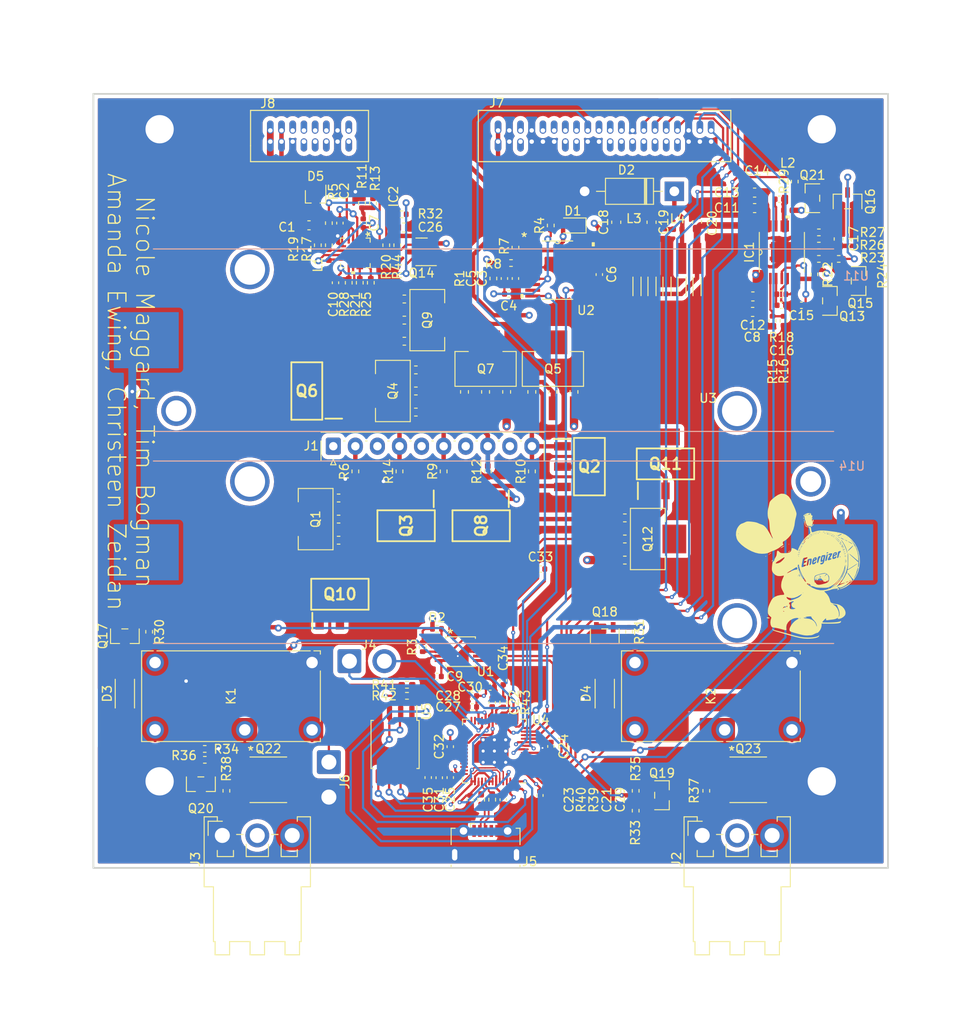
<source format=kicad_pcb>
(kicad_pcb (version 20211014) (generator pcbnew)
  (layers (0 "F.Cu" signal) (1 "In1.Cu" signal) (2 "In2.Cu" signal) (31 "B.Cu" signal) (34 "B.Paste" user) (35 "F.Paste" user) (36 "B.SilkS" user "B.Silkscreen") (37 "F.SilkS" user "F.Silkscreen") (38 "B.Mask" user) (39 "F.Mask" user) (44 "Edge.Cuts" user))
  (net 0 "")
  (net 1 "Net-(C1-Pad1)")
  (net 2 "Net-(C2-Pad1)")
  (net 3 "Net-(C3-Pad1)")
  (net 4 "Net-(C4-Pad1)")
  (net 5 "Net-(C6-Pad1)")
  (net 6 "Net-(C7-Pad1)")
  (net 7 "Net-(C7-Pad2)")
  (net 8 "Net-(C9-Pad1)")
  (net 9 "inhibit_out")
  (net 10 "Net-(C14-Pad1)")
  (net 11 "Net-(C14-Pad2)")
  (net 12 "Net-(C15-Pad1)")
  (net 13 "Net-(C16-Pad1)")
  (net 14 "Net-(C17-Pad1)")
  (net 15 "Net-(C17-Pad2)")
  (net 16 "+5V")
  (net 17 "Net-(C19-Pad1)")
  (net 18 "+1V1")
  (net 19 "+3.3V")
  (net 20 "VCHG")
  (net 21 "/Microcontroller/XIN")
  (net 22 "Net-(C34-Pad1)")
  (net 23 "Net-(D1-Pad1)")
  (net 24 "VBatt")
  (net 25 "Net-(D2-Pad1)")
  (net 26 "Net-(D3-Pad2)")
  (net 27 "Net-(D4-Pad2)")
  (net 28 "VSolar")
  (net 30 "Net-(IC1-Pad2)")
  (net 31 "Net-(IC1-Pad6)")
  (net 32 "Net-(IC1-Pad7)")
  (net 33 "Net-(IC2-Pad6)")
  (net 34 "Net-(IC2-Pad8)")
  (net 35 "Net-(IC2-Pad10)")
  (net 36 "Net-(IC2-Pad11)")
  (net 37 "Net-(IC2-Pad13)")
  (net 38 "Net-(IC2-Pad14)")
  (net 39 "Net-(IC2-Pad15)")
  (net 40 "Net-(IC2-Pad16)")
  (net 42 "RBF")
  (net 43 "F4")
  (net 44 "F3")
  (net 45 "F2")
  (net 46 "F1")
  (net 48 "Net-(J2-Pad3)")
  (net 50 "Net-(J3-Pad3)")
  (net 51 "/Microcontroller/SWD")
  (net 52 "/Microcontroller/SWCLK")
  (net 54 "/Microcontroller/USB_D-")
  (net 55 "/Microcontroller/USB_D+")
  (net 57 "/Microcontroller/~{USB_BOOT}")
  (net 64 "GPIO5")
  (net 72 "SPIO_SCK")
  (net 74 "SPIO_MOSI")
  (net 76 "SPIO_MISO")
  (net 78 "SPIO_CS")
  (net 79 "UART0_RX")
  (net 80 "UART0_TX")
  (net 86 "Net-(K1-Pad2)")
  (net 87 "Net-(K2-Pad2)")
  (net 88 "Net-(Q1-Pad2)")
  (net 93 "Net-(Q4-Pad3)")
  (net 104 "Net-(Q13-Pad3)")
  (net 105 "Net-(Q16-Pad3)")
  (net 106 "BurnRelay2")
  (net 107 "BurnRelay1")
  (net 108 "Net-(Q19-Pad1)")
  (net 109 "Net-(Q19-Pad3)")
  (net 110 "Net-(Q20-Pad1)")
  (net 111 "Net-(Q20-Pad3)")
  (net 112 "Net-(Q21-Pad3)")
  (net 113 "VBatt_SENSE")
  (net 114 "Net-(R7-Pad2)")
  (net 115 "batt2+")
  (net 116 "Net-(R8-Pad2)")
  (net 117 "VBUS_RESET")
  (net 118 "EN_Burn1")
  (net 119 "EN_Burn2")
  (net 120 "I_D+")
  (net 121 "I_D-")
  (net 122 "/Microcontroller/QSPI_SS")
  (net 123 "/Microcontroller/XOUT")
  (net 124 "SCL_I2C_0")
  (net 125 "SDA_I2C_0")
  (net 128 "batt1+")
  (net 131 "SCL_I2C_1")
  (net 137 "SDA_I2C_1")
  (net 152 "/Microcontroller/QSPI_SD3")
  (net 153 "/Microcontroller/QSPI_SCLK")
  (net 154 "/Microcontroller/QSPI_SD0")
  (net 155 "/Microcontroller/QSPI_SD2")
  (net 156 "/Microcontroller/QSPI_SD1")
  (net 160 "GND")
  (net 161 "Net-(C10-Pad1)")
  (footprint "Resistor_SMD:R_0402_1005Metric_Pad0.72x0.64mm_HandSolder" (layer "F.Cu") (at 150.25 108.347501 -90)
    (fp_text reference "R12")
    (fp_text value "100k")
  )
  (footprint "Resistor_SMD:R_0402_1005Metric" (layer "F.Cu") (at 137 87 -90)
    (fp_text reference "R25")
    (fp_text value "3.01k")
  )
  (footprint "Resistor_SMD:R_0402_1005Metric_Pad0.72x0.64mm_HandSolder" (layer "F.Cu") (at 145.25 108.347501 -90)
    (fp_text reference "R9")
    (fp_text value "100k")
  )
  (footprint "Capacitor_SMD:C_0402_1005Metric" (layer "F.Cu") (at 136.144 80.25 -90)
    (fp_text reference "C7")
    (fp_text value "2.2uF")
  )
  (footprint "Global Footprints:NTF5P03T3G" (layer "F.Cu") (at 168.375001 116 -90)
    (fp_text reference "Q12")
    (fp_text value "NTF5P03T3G")
  )
  (footprint "Resistor_SMD:R_0402_1005Metric" (layer "F.Cu") (at 152 134.5 90)
    (fp_text reference "R43")
    (fp_text value "1k")
  )
  (footprint "Resistor_SMD:R_0402_1005Metric" (layer "F.Cu") (at 132.25 80.25 90)
    (fp_text reference "R5")
    (fp_text value "536k")
  )
  (footprint "Connector_JST:JST_VH_S2P-VH_1x02_P3.96mm_Horizontal" (layer "F.Cu") (at 132.25 141.25 -90)
    (fp_text reference "J6")
    (fp_text value "Conn_01x02")
  )
  (footprint "Resistor_SMD:R_0402_1005Metric_Pad0.72x0.64mm_HandSolder" (layer "F.Cu") (at 141.0975 133.75)
    (fp_text reference "R42")
    (fp_text value "DNF")
  )
  (footprint "Resistor_SMD:R_0402_1005Metric" (layer "F.Cu") (at 183.75 91.310001 -90)
    (fp_text reference "R16")
    (fp_text value "22.1k")
  )
  (footprint "Resistor_SMD:R_0402_1005Metric" (layer "F.Cu") (at 140.5 79.25 180)
    (fp_text reference "R32")
    (fp_text value "470k")
  )
  (footprint "Global Footprints:NTF5P03T3G" (layer "F.Cu") (at 150 96.749999)
    (fp_text reference "Q7")
    (fp_text value "NTF5P03T3G")
  )
  (footprint "Resistor_SMD:R_0402_1005Metric" (layer "F.Cu") (at 175.000002 144.499999 -90)
    (fp_text reference "R37")
    (fp_text value "100k")
  )
  (footprint "Global Footprints:TL2575HV-05QKTTRQ1" (layer "F.Cu") (at 170.549998 93.902 180)
    (fp_text reference "U3")
    (fp_text value "TL2575HV-05QKTTRQ1")
  )
  (footprint "Capacitor_SMD:C_0402_1005Metric" (layer "F.Cu") (at 148.5 133.75 180)
    (fp_text reference "C28")
    (fp_text value "100n")
  )
  (footprint "Global Footprints:NTF5P03T3G" (layer "F.Cu") (at 143.4017 91.23 -90)
    (fp_text reference "Q9")
    (fp_text value "NTF5P03T3G")
  )
  (footprint "Resistor_SMD:R_0402_1005Metric" (layer "F.Cu") (at 187.25 86.050001 -90)
    (fp_text reference "R22")
    (fp_text value "10k")
  )
  (footprint "Global Footprints:16_Pin_For_Proves" (layer "F.Cu") (at 130.058854 70.394591)
    (fp_text reference "J8")
    (fp_text value "M50-3900842")
  )
  (footprint "Capacitor_SMD:C_0402_1005Metric" (layer "F.Cu") (at 156.15 145.025 -90)
    (fp_text reference "C29")
    (fp_text value "100n")
  )
  (footprint "Resistor_SMD:R_0402_1005Metric_Pad0.72x0.64mm_HandSolder" (layer "F.Cu") (at 141.0975 132.5 180)
    (fp_text reference "R41")
    (fp_text value "1k")
  )
  (footprint "Global Footprints:PE014006" (layer "F.Cu") (at 166.922853 137.599999 90)
    (fp_text reference "K2")
    (fp_text value "PE014006")
  )
  (footprint "Resistor_SMD:R_0402_1005Metric" (layer "F.Cu") (at 185.02 75.550001 90)
    (fp_text reference "R29")
    (fp_text value "10k")
  )
  (footprint "Resistor_SMD:R_0402_1005Metric" (layer "F.Cu") (at 142.876 128.2406 90)
    (fp_text reference "R3")
    (fp_text value "1k")
  )
  (footprint "Resistor_SMD:R_0402_1005Metric" (layer "F.Cu") (at 131 82.75 90)
    (fp_text reference "R19")
    (fp_text value "102k")
  )
  (footprint "Capacitor_SMD:C_0402_1005Metric" (layer "F.Cu") (at 152 145.5 -90)
    (fp_text reference "C21")
    (fp_text value "100n")
  )
  (footprint "Resistor_SMD:R_0402_1005Metric" (layer "F.Cu") (at 111.8937 126.499999 -90)
    (fp_text reference "R30")
    (fp_text value "10k")
  )
  (footprint "Capacitor_SMD:C_0603_1608Metric" (layer "F.Cu") (at 180.275 88.550002)
    (fp_text reference "C12")
    (fp_text value "22u")
  )
  (footprint "Global Footprints:BQ28400PWR" (layer "F.Cu") (at 158.158252 85.575001)
    (fp_text reference "U2")
    (fp_text value "BQ28400PWR")
  )
  (footprint "Resistor_SMD:R_0402_1005Metric" (layer "F.Cu") (at 118.2 140.99)
    (fp_text reference "R36")
    (fp_text value "4.7k")
  )
  (footprint "Capacitor_SMD:C_0603_1608Metric" (layer "F.Cu") (at 168.799998 80.152 90)
    (fp_text reference "C19")
    (fp_text value "330u")
  )
  (footprint "Capacitor_SMD:C_0402_1005Metric" (layer "F.Cu") (at 152 132 90)
    (fp_text reference "C34")
    (fp_text value "27p")
  )
  (footprint "Capacitor_SMD:C_0402_1005Metric" (layer "F.Cu") (at 144.506 131.5606 180)
    (fp_text reference "C9")
    (fp_text value "3.3n")
  )
  (footprint "Capacitor_SMD:C_0603_1608Metric" (layer "F.Cu") (at 173.949999 80.116 90)
    (fp_text reference "C20")
    (fp_text value "100uF")
  )
  (footprint "Global Footprints:IRLML2803TRPBF" (layer "F.Cu") (at 169.980003 144.999999 -90)
    (fp_text reference "Q19")
    (fp_text value "IRLML2803TRPBF")
  )
  (footprint "Capacitor_SMD:C_0402_1005Metric" (layer "F.Cu") (at 148.25 145.5 -90)
    (fp_text reference "C23")
    (fp_text value "1u")
  )
  (footprint "Connector_JST:JST_EH_S10B-EH_1x10_P2.50mm_Horizontal" (layer "F.Cu") (at 132.750001 105.5)
    (fp_text reference "J1")
    (fp_text value "Conn_01x10")
  )
  (footprint "Capacitor_SMD:C_0402_1005Metric" (layer "F.Cu") (at 144.75 143.02 90)
    (fp_text reference "C31")
    (fp_text value "100n")
  )
  (footprint "Resistor_SMD:R_0402_1005Metric" (layer "F.Cu") (at 166.250002 126.499998 -90)
    (fp_text reference "R31")
    (fp_text value "10k")
  )
  (footprint "Resistor_SMD:R_0402_1005Metric_Pad0.72x0.64mm_HandSolder" (layer "F.Cu") (at 150.75 145.5 90)
    (fp_text reference "R39")
    (fp_text value "27")
  )
  (footprint "Resistor_SMD:R_0402_1005Metric" (layer "F.Cu") (at 120.6437 144.5 -90)
    (fp_text reference "R38")
    (fp_text value "100k")
  )
  (footprint "Resistor_SMD:R_0402_1005Metric" (layer "F.Cu") (at 137.25 78 90)
    (fp_text reference "R13")
    (fp_text value "107k")
  )
  (footprint "Global Footprints:NTF5P03T3G" (layer "F.Cu") (at 157.627601 96.752301)
    (fp_text reference "Q5")
    (fp_text value "NTF5P03T3G")
  )
  (footprint "Resistor_SMD:R_0402_1005Metric_Pad0.72x0.64mm_HandSolder" (layer "F.Cu") (at 140.25 108.347501 -90)
    (fp_text reference "R14")
    (fp_text value "100k")
  )
  (footprint "Global Footprints:SOT230P700X180-4N" (layer "F.Cu") (at 161.76 107.809999)
    (fp_text reference "Q2")
    (fp_text value "IRLL024NTRPBF" hide)
  )
  (footprint "Resistor_SMD:R_0402_1005Metric" (layer "F.Cu") (at 183.499999 88.300001 180)
    (fp_text reference "R18")
    (fp_text value "100k")
  )
  (footprint "Global Footprints:NTF5P03T3G" (layer "F.Cu") (at 130.75 113.749999 90)
    (fp_text reference "Q1")
    (fp_text value "NTF5P03T3G")
  )
  (footprint "Capacitor_SMD:C_0603_1608Metric" (layer "F.Cu") (at 140.75 80.75)
    (fp_text reference "C26")
    (fp_text value "22u")
  )
  (footprint "Global Footprints:TPS54226PWPR" (layer "F.Cu") (at 183.5587 83.547201 90)
    (fp_text reference "IC1")
    (fp_text value "TPS54226PWPR")
  )
  (footprint "Global Footprints:SOT230P700X180-4N" (layer "F.Cu") (at 141.000001 114.500001 -90)
    (fp_text reference "Q3")
    (fp_text value "IRLL024NTRPBF" hide)
  )
  (footprint "Global Footprints:MMBT2222A_215" (layer "F.Cu") (at 189 89.050001 -90)
    (fp_text reference "Q13")
    (fp_text value "Q_NPN_CEB")
  )
  (footprint "Global Footprints:DFLS130-7" (layer "F.Cu") (at 109.1437 133.5 90)
    (fp_text reference "D3")
    (fp_text value "DFLS130L-7")
  )
  (footprint "Capacitor_SMD:C_0402_1005Metric" (layer "F.Cu") (at 185.77 89.550001 180)
    (fp_text reference "C15")
    (fp_text value "3.3n")
  )
  (footprint "Diode_THT:D_DO-41_SOD81_P10.16mm_Horizontal" (layer "F.Cu") (at 171.379998 76.652 180)
    (fp_text reference "D2")
    (fp_text value "1N5819")
  )
  (footprint "" (layer "F.Cu") (at 107.44 143.97)
    (fp_text reference "")
    (fp_text value "")
  )
  (footprint "Capacitor_SMD:C_0402_1005Metric" (layer "F.Cu") (at 153.382852 86.519001 -90)
    (fp_text reference "C3")
    (fp_text value ".1u")
  )
  (footprint "Inductor_SMD:L_0402_1005Metric" (layer "F.Cu") (at 184.25 78.800001)
    (fp_text reference "L2")
    (fp_text value "2.2u")
  )
  (footprint "Capacitor_SMD:C_0402_1005Metric" (layer "F.Cu") (at 148.5 135 180)
    (fp_text reference "C27")
    (fp_text value "100n")
  )
  (footprint "Connector_JST:JST_VH_S3P-VH_1x03_P3.96mm_Horizontal" (layer "F.Cu") (at 174.540002 149.549999)
    (fp_text reference "J2")
    (fp_text value "Conn_01x03")
  )
  (footprint "Capacitor_SMD:C_0402_1005Metric" (layer "F.Cu") (at 152.132852 86.519001 90)
    (fp_text reference "C5")
    (fp_text value ".1u")
  )
  (footprint "Resistor_SMD:R_0402_1005Metric" (layer "F.Cu") (at 187.749999 84.300001)
    (fp_text reference "R23")
    (fp_text value "10k")
  )
  (footprint "Global Footprints:MMBT2222A_215" (layer "F.Cu") (at 163.500002 127 180)
    (fp_text reference "Q18")
    (fp_text value "MMBT2222AT")
  )
  (footprint "Resistor_SMD:R_0402_1005Metric" (layer "F.Cu") (at 134.5 87 90)
    (fp_text reference "R28")
    (fp_text value "2.1M")
  )
  (footprint "Global Footprints:40 Pin For Proves" (layer "F.Cu") (at 163.478852 70.39459)
    (fp_text reference "J7")
    (fp_text value "M50-3902042")
  )
  (footprint "Resistor_SMD:R_0402_1005Metric" (layer "F.Cu") (at 138.75 82.75 -90)
    (fp_text reference "R20")
    (fp_text value "470k")
  )
  (footprint "Resistor_SMD:R_0402_1005Metric" (layer "F.Cu") (at 182.5 91.300001 90)
    (fp_text reference "R15")
    (fp_text value "73.2k")
  )
  (footprint "Capacitor_SMD:C_0603_1608Metric" (layer "F.Cu") (at 130 80.5 180)
    (fp_text reference "C1")
    (fp_text value "10uF")
  )
  (footprint "Resistor_SMD:R_0402_1005Metric" (layer "F.Cu") (at 144.4942 126.1726 180)
    (fp_text reference "R2")
    (fp_text value "0.1")
  )
  (footprint "Capacitor_SMD:C_0402_1005Metric" (layer "F.Cu") (at 146 139.5 -90)
    (fp_text reference "C32")
    (fp_text value "100n")
  )
  (footprint "Capacitor_SMD:C_0402_1005Metric" (layer "F.Cu") (at 152.632852 88.269001)
    (fp_text reference "C4")
    (fp_text value ".1u")
  )
  (footprint "" (layer "F.Cu") (at 188.14 163.07)
    (fp_text reference "")
    (fp_text value "")
  )
  (footprint "Package_TO_SOT_SMD:SOT-23" (layer "F.Cu") (at 142.75 83.5 180)
    (fp_text reference "Q14")
    (fp_text value "Si2319CDS")
  )
  (footprint "Resistor_SMD:R_0402_1005Metric" (layer "F.Cu") (at 187.75 81.3)
    (fp_text reference "R27")
    (fp_text value "10k")
  )
  (footprint "Connector_USB:USB_Micro-B_Molex-105017-0001" (layer "F.Cu") (at 150 150.5)
    (fp_text reference "J5")
    (fp_text value "USB_B_Micro")
  )
  (footprint "Capacitor_SMD:C_0402_1005Metric" (layer "F.Cu") (at 183.5 89.550001)
    (fp_text reference "C16")
    (fp_text value "1u")
  )
  (footprint "Capacitor_SMD:C_0402_1005Metric" (layer "F.Cu") (at 143.5 143 90)
    (fp_text reference "C35")
    (fp_text value "100n")
  )
  (footprint "Resistor_SMD:R_0402_1005Metric" (layer "F.Cu") (at 157.382852 80.519001 -90)
    (fp_text reference "R4")
    (fp_text value "100")
  )
  (footprint "Inductor_SMD:L_0402_1005Metric" (layer "F.Cu") (at 166.799998 80.902)
    (fp_text reference "L3")
    (fp_text value "20u")
  )
  (footprint "Capacitor_SMD:C_0603_1608Metric" (layer "F.Cu") (at 190 82.050002 90)
    (fp_text reference "C17")
    (fp_text value "10u")
  )
  (footprint "Resistor_SMD:R_0402_1005Metric" (layer "F.Cu") (at 118.19 139.76)
    (fp_text reference "R34")
    (fp_text value "10k")
  )
  (footprint "Global Footprints:MMBT2222A_215" (layer "F.Cu") (at 109.1437 127 180)
    (fp_text reference "Q17")
    (fp_text value "MMBT2222AT")
  )
  (footprint "Inductor_SMD:L_0402_1005Metric" (layer "F.Cu") (at 132.25 84.9495 -90)
    (fp_text reference "L1")
    (fp_text value "33u")
  )
  (footprint "Global Footprints:DFLS130-7" (layer "F.Cu") (at 163.500002 133.499999 90)
    (fp_text reference "D4")
    (fp_text value "DFLS130L-7")
  )
  (footprint "Connector_JST:JST_VH_S2P-VH_1x02_P3.96mm_Horizontal" (layer "F.Cu") (at 134.575 129.825)
    (fp_text reference "J4")
    (fp_text value "Conn_01x02")
  )
  (footprint "Capacitor_SMD:C_0402_1005Metric" (layer "F.Cu") (at 133 87 -90)
    (fp_text reference "C10")
    (fp_text value "4.7u")
  )
  (footprint "Resistor_SMD:R_0402_1005Metric" (layer "F.Cu") (at 132.25 82.75 -90)
    (fp_text reference "R17")
    (fp_text value "715k")
  )
  (footprint "Capacitor_SMD:C_0402_1005Metric" (layer "F.Cu") (at 133.5 80.25 -90)
    (fp_text reference "C2")
    (fp_text value "22nF")
  )
  (footprint "" (layer "F.Cu") (at 112.2 63.13)
    (fp_text reference "")
    (fp_text value "")
  )
  (footprint "Package_SO:SOIC-8_5.23x5.23mm_P1.27mm" (layer "F.Cu") (at 139.75 139.25 -90)
    (fp_text reference "U5")
    (fp_text value "W25Q128JVS")
  )
  (footprint "Global Footprints:SOT230P700X180-4N" (layer "F.Cu") (at 170.375001 107.5 90)
    (fp_text reference "Q11")
    (fp_text value "IRLL024NTRPBF" hide)
  )
  (footprint "Global Footprints:IRLML2803TRPBF" (layer "F.Cu") (at 117.75 143.75 180)
    (fp_text reference "Q20")
    (fp_text value "IRLML2803TRPBF")
  )
  (footprint "Capacitor_SMD:C_0603_1608Metric" (layer "F.Cu") (at 180.475 78.55 180)
    (fp_text reference "C11")
    (fp_text value "10u")
  )
  (footprint "Diode_SMD:D_SOD-323F" (layer "F.Cu") (at 159.882852 80.519001 180)
    (fp_text reference "D1")
    (fp_text value "1SS355VM")
  )
  (footprint "Resistor_SMD:R_0402_1005Metric" (layer "F.Cu") (at 190 84.300002)
    (fp_text reference "R24")
    (fp_text value "20k")
  )
  (footprint "Global Footprints:SOT230P700X180-4N" (layer "F.Cu") (at 133.5 122.25 90)
    (fp_text reference "Q10")
    (fp_text value "IRLL024NTRPBF" hide)
  )
  (footprint "Inductor_SMD:L_0402_1005Metric" (layer "F.Cu") (at 171.759998 80.936)
    (fp_text reference "L4")
    (fp_text value "330u")
  )
  (footprint "Package_TO_SOT_SMD:SOT-323_SC-70" (layer "F.Cu") (at 130.75 77.25 -90)
    (fp_text reference "D5")
    (fp_text value "BAT54W")
  )
  (footprint "Resistor_SMD:R_0402_1005Metric" (layer "F.Cu") (at 150.882852 86.519001 90)
    (fp_text reference "R1")
    (fp_text value "100")
  )
  (footprint "Resistor_SMD:R_0402_1005Metric" (layer "F.Cu") (at 152.882851 84.769001)
    (fp_text reference "R8")
    (fp_text value "1k")
  )
  (footprint "Global Footprints:IRF7404TRPBF" (layer "F.Cu") (at 125.393701 143.250001)
    (fp_text reference "Q22")
    (fp_text value "IRF7404")
  )
  (footprint "Capacitor_SMD:C_0603_1608Metric" (layer "F.Cu") (at 164.799998 80.152 90)
    (fp_text reference "C18")
    (fp_text value "100u")
  )
  (footprint "Resistor_SMD:R_0402_1005Metric_Pad0.72x0.64mm_HandSolder" (layer "F.Cu") (at 155.25 108.347501 -90)
    (fp_text reference "R10")
    (fp_text value "100k")
  )
  (footprint "Global Footprints:LTC4121EUD-4.2-PBF" (layer "F.Cu") (at 135.25 83.621399 -90)
    (fp_text reference "IC2")
    (fp_text value "LTC4121")
  )
  (footprint "Global Footprints:MMBT2222A_215" (layer "F.Cu") (at 187.02 77.435001 90)
    (fp_text reference "Q21")
    (fp_text value "Q_NPN_CEB")
  )
  (footprint "Capacitor_SMD:C_0402_1005Metric" (layer "F.Cu") (at 183.27 77.550001 180)
    (fp_text reference "C14")
    (fp_text value "0.1u")
  )
  (footprint "Capacitor_SMD:C_0402_1005Metric" (layer "F.Cu") (at 150.52 132.75)
    (fp_text reference "C30")
    (fp_text value "100n")
  )
  (footprint "Resistor_SMD:R_0402_1005Metric" (layer "F.Cu") (at 167.000002 146.749999 -90)
    (fp_text reference "R33")
    (fp_text value "10k")
  )
  (footprint "Global Footprints:ADM1176-1ARMZ-R7" (layer "F.Cu") (at 147.1717 128.75)
    (fp_text reference "U1")
    (fp_text value "ADM1176-1ARMZ-R7")
  )
  (footprint "Capacitor_SMD:C_0402_1005Metric" (layer "F.Cu") (at 157.4 139.475 -90)
    (fp_text reference "C24")
    (fp_text value "100n")
  )
  (footprint "Resistor_SMD:R_0402_1005Metric" (layer "F.Cu") (at 187.749999 82.800001 180)
    (fp_text reference "R26")
    (fp_text value "20k")
  )
  (footprint "Capacitor_SMD:C_0603_1608Metric" (layer "F.Cu") (at 180.475 76.800001 180)
    (fp_text reference "C13")
    (fp_text value "10u")
  )
  (footprint "Global Footprints:MMBT2222A_215" (layer "F.Cu") (at 192.25 86.800001 -90)
    (fp_text reference "Q15")
    (fp_text value "Q_NPN_CEB")
  )
  (footprint "Global Footprints:IRF7404TRPBF" (layer "F.Cu") (at 179.750003 143.25)
    (fp_text reference "Q23")
    (fp_text value "IRF7404")
  )
  (footprint "Connector_JST:JST_VH_S3P-VH_1x03_P3.96mm_Horizontal" (layer "F.Cu") (at 120.1837 149.55)
    (fp_text reference "J3")
    (fp_text value "Conn_01x03")
  )
  (footprint "Capacitor_SMD:C_0402_1005Metric" (layer "F.Cu") (at 162.882502 86.072501 90)
    (fp_text reference "C6")
    (fp_text value ".1u")
  )
  (footprint "Global Footprints:MMBT2222A_215" (layer "F.Cu") (at 191 77.800001)
    (fp_text reference "Q16")
    (fp_text value "Q_NPN_CEB")
  )
  (footprint "Global Footprints:PE014006" (layer "F.Cu") (at 112.56655 137.599999 90)
    (fp_text reference "K1")
    (fp_text value "PE014006")
  )
  (footprint "Capacitor_SMD:C_0402_1005Metric" (layer "F.Cu") (at 150.75 134.5 90)
    (fp_text reference "C22")
    (fp_text value "100n")
  )
  (footprint "Global Footprints:SOT230P700X180-4N" (layer "F.Cu") (at 129.75 99.25 180)
    (fp_text reference "Q6")
    (fp_text value "IRLL024NTRPBF" hide)
  )
  (footprint "Resistor_SMD:R_0402_1005Metric" (layer "F.Cu") (at 153.382852 83.019001 -90)
    (fp_text reference "R7")
    (fp_text value "1k")
  )
  (footprint "Resistor_SMD:R_0402_1005Metric" (layer "F.Cu") (at 136 78 -90)
    (fp_text reference "R11")
    (fp_text value "10k")
  )
  (footprint "Resistor_SMD:R_0402_1005Metric_Pad0.72x0.64mm_HandSolder" (layer "F.Cu") (at 149.5 145.5 90)
    (fp_text reference "R40")
    (fp_text value "27")
  )
  (footprint "Resistor_SMD:R_0402_1005Metric_Pad0.72x0.64mm_HandSolder" (layer "F.Cu") (at 135.25 108.347501 -90)
    (fp_text reference "R6")
    (fp_text value "100k")
  )
  (footprint "Global Footprints:NTF5P03T3G" (layer "F.Cu") (at 139.5 99.250001 90)
    (fp_text reference "Q4")
    (fp_text value "NTF5P03T3G")
  )
  (footprint "Global Footprints:SOT230P700X180-4N" (layer "F.Cu") (at 149.5 114.5 -90)
    (fp_text reference "Q8")
    (fp_text value "IRLL024NTRPBF" hide)
  )
  (footprint "Resistor_SMD:R_0402_1005Metric" (layer "F.Cu") (at 135.75 87 -90)
    (fp_text reference "R21")
    (fp_text value "845k")
  )
  (footprint "Capacitor_SMD:C_0402_1005Metric" (layer "F.Cu") (at 146 143 90)
    (fp_text reference "C25")
    (fp_text value "1u")
  )
  (footprint "Resistor_SMD:R_0402_1005Metric" (layer "F.Cu") (at 167.000003 144.5 90)
    (fp_text reference "R35")
    (fp_text value "4.7k")
  )
  (footprint "Capacitor_SMD:C_0603_1608Metric" (layer "F.Cu") (at 180.25 90.300001)
    (fp_text reference "C8")
    (fp_text value "22u")
  )
  (footprint "" (layer "F.Cu") (at 132.75 170.65)
    (fp_text reference "")
    (fp_text value "")
  )
  (footprint "Resistor_SMD:R_0402_1005Metric" (layer "F.Cu") (at 140 82.75 -90)
    (fp_text reference "R44")
    (fp_text value "107k")
  )
  (footprint "Global Footprints:RP2040-QFN-56" (layer "F.Cu") (at 151 140 180)
    (fp_text reference "U4")
    (fp_text value "RP2040")
  )
  (footprint "LOGO" (layer "F.Cu") (at 185.53 119.34)
    (fp_text reference "G***")
    (fp_text value "LOGO" hide)
  )
  (footprint "Capacitor_SMD:C_0402_1005Metric" (layer "F.Cu") (at 156.225 119.4 180)
    (fp_text reference "C33")
    (fp_text value "27p")
  )
  (footprint "Global Footprints:BAT_1042" (layer "B.Cu") (at 150.9 117.5)
    (fp_text reference "U14")
    (fp_text value "1043")
  )
  (footprint "Global Footprints:BAT_1042" (layer "B.Cu") (at 150.9 93.5 180)
    (fp_text reference "U11")
    (fp_text value "1043")
  )
  (gr_line (start 105.578854 65.624589) (end 105.578854 153.22459) (layer "Edge.Cuts") (width 0.2))
  (gr_line (start 195.578853 65.624591) (end 195.578852 153.224592) (layer "Edge.Cuts") (width 0.2))
  (gr_line (start 195.578853 65.624591) (end 105.578854 65.624589) (layer "Edge.Cuts") (width 0.2))
  (gr_line (start 195.578852 153.224592) (end 105.578854 153.22459) (layer "Edge.Cuts") (width 0.2))
  (gr_text "Nicole Maggard, Tim Bogman\nAmanda Ewing, Christeen Zeidan" (at 109.79 99.35 270) (layer "F.SilkS") (effects (font (size 2 2))))
  (segment (start 131.035001 80.76) (end 130.775001 80.5) (width 0.5) (layer "F.Cu") (net 1))
  (segment (start 130.302 85.852) (end 129.032 84.582) (width 0.5) (layer "F.Cu") (net 1))
  (segment (start 130.75 80.475) (end 130.775001 80.5) (width 0.25) (layer "F.Cu") (net 1))
  (segment (start 135 81) (end 134.75 80.75) (width 0.25) (layer "F.Cu") (net 1))
  (segment (start 129.032 82.243) (end 130.775 80.5) (width 0.5) (layer "F.Cu") (net 1))
  (segment (start 132.25 80.76) (end 133.47 80.76) (width 0.5) (layer "F.Cu") (net 1))
  (segment (start 138.75 77) (end 137.1995 75.449499) (width 0.25) (layer "F.Cu") (net 1))
  (segment (start 135 82.169) (end 135 81) (width 0.25) (layer "F.Cu") (net 1))
  (segment (start 134.499999 81.000001) (end 134.75 80.75) (width 0.25) (layer "F.Cu") (net 1))
  (segment (start 132.25 80.76) (end 131.035001 80.76) (width 0.5) (layer "F.Cu") (net 1))
  (segment (start 132.25 80.76) (end 132.25 82.24) (width 0.5) (layer "F.Cu") (net 1))
  (segment (start 130.75 78.25) (end 130.75 80.475) (width 0.4) (layer "F.Cu") (net 1))
  (segment (start 134.28 80.5195) (end 134.0695 80.73) (width 0.25) (layer "F.Cu") (net 1))
  (segment (start 131.8325 85.852) (end 130.302 85.852) (width 0.5) (layer "F.Cu") (net 1))
  (segment (start 134.28 76.4195) (end 134.28 80.28) (width 0.25) (layer "F.Cu") (net 1))
  (segment (start 134.499999 82.169) (end 134.499999 81.000001) (width 0.25) (layer "F.Cu") (net 1))
  (segment (start 133.47 80.76) (end 133.5 80.73) (width 0.5) (layer "F.Cu") (net 1))
  (segment (start 134.28 80.28) (end 134.28 80.5195) (width 0.25) (layer "F.Cu") (net 1))
  (segment (start 134.28 80.28) (end 134.75 80.75) (width 0.25) (layer "F.Cu") (net 1))
  (segment (start 135.25 75.449499) (end 134.28 76.4195) (width 0.25) (layer "F.Cu") (net 1))
  (segment (start 134.0695 80.73) (end 133.5 80.73) (width 0.25) (layer "F.Cu") (net 1))
  (segment (start 132.25 85.4345) (end 131.8325 85.852) (width 0.5) (layer "F.Cu") (net 1))
  (segment (start 138.75 82.24) (end 138.75 77) (width 0.25) (layer "F.Cu") (net 1))
  (segment (start 129.032 84.582) (end 129.032 82.243) (width 0.5) (layer "F.Cu") (net 1))
  (segment (start 137.1995 75.449499) (end 135.25 75.449499) (width 0.25) (layer "F.Cu") (net 1))
  (segment (start 135.465 82.133999) (end 135.5 82.168999) (width 0.25) (layer "F.Cu") (net 2))
  (segment (start 135 79.1995) (end 135.465 79.6645) (width 0.25) (layer "F.Cu") (net 2))
  (segment (start 133.5 79.77) (end 133.5 78.6995) (width 0.25) (layer "F.Cu") (net 2))
  (segment (start 135.465 79.6645) (end 135.465 82.133999) (width 0.25) (layer "F.Cu") (net 2))
  (via (at 133.5 78.6995) (size 0.8) (drill 0.4) (layers "F.Cu" "B.Cu") (net 2))
  (via (at 135 79.1995) (size 0.8) (drill 0.4) (layers "F.Cu" "B.Cu") (net 2))
  (segment (start 134.5 78.6995) (end 133.5 78.6995) (width 0.25) (layer "B.Cu") (net 2))
  (segment (start 135 79.1995) (end 134.5 78.6995) (width 0.25) (layer "B.Cu") (net 2))
  (segment (start 154.255004 85.899999) (end 154.122502 86.032501) (width 0.25) (layer "F.Cu") (net 3))
  (segment (start 155.338852 85.899999) (end 154.255004 85.899999) (width 0.25) (layer "F.Cu") (net 3))
  (segment (start 154.122502 86.032501) (end 150.906352 86.032501) (width 0.25) (layer "F.Cu") (net 3))
  (segment (start 150.906352 86.032501) (end 150.882852 86.009001) (width 0.25) (layer "F.Cu") (net 3))
  (segment (start 157.382852 81.722151) (end 157.042502 82.062501) (width 0.25) (layer "F.Cu") (net 4))
  (segment (start 152.132852 88.249001) (end 152.152851 88.269001) (width 0.25) (layer "F.Cu") (net 4))
  (segment (start 150.922502 88.252501) (end 152.136352 88.252501) (width 0.25) (layer "F.Cu") (net 4))
  (segment (start 152.136352 88.252501) (end 152.152851 88.269001) (width 0.25) (layer "F.Cu") (net 4))
  (segment (start 157.382852 81.029001) (end 157.382852 81.722151) (width 0.25) (layer "F.Cu") (net 4))
  (segment (start 155.338852 86.55) (end 157.030001 86.550001) (width 0.25) (layer "F.Cu") (net 4))
  (segment (start 157.030001 86.550001) (end 157.032502 86.552501) (width 0.25) (layer "F.Cu") (net 4))
  (segment (start 152.132852 86.999001) (end 152.132852 88.249001) (width 0.25) (layer "F.Cu") (net 4))
  (via (at 150.922502 88.252501) (size 0.8) (drill 0.4) (layers "F.Cu" "B.Cu") (net 4))
  (via (at 157.032502 86.552501) (size 0.8) (drill 0.4) (layers "F.Cu" "B.Cu") (net 4))
  (via (at 157.042502 82.062501) (size 0.8) (drill 0.4) (layers "F.Cu" "B.Cu") (net 4))
  (segment (start 155.332502 88.252501) (end 150.922502 88.252501) (width 0.25) (layer "B.Cu") (net 4))
  (segment (start 157.042502 82.062501) (end 157.042502 86.542501) (width 0.25) (layer "B.Cu") (net 4))
  (segment (start 157.042502 86.542501) (end 157.032502 86.552501) (width 0.25) (layer "B.Cu") (net 4))
  (segment (start 157.032502 86.552501) (end 155.332502 88.252501) (width 0.25) (layer "B.Cu") (net 4))
  (segment (start 162.882502 86.552501) (end 160.98015 86.552501) (width 0.25) (layer "F.Cu") (net 5))
  (segment (start 160.98015 86.552501) (end 160.977652 86.550003) (width 0.25) (layer "F.Cu") (net 5))
  (segment (start 131.7081 83.8714) (end 131.07 84.5095) (width 0.25) (layer "F.Cu") (net 7))
  (segment (start 136.144 82.025) (end 136.000001 82.168999) (width 0.25) (layer "F.Cu") (net 7))
  (segment (start 137.069999 80.4995) (end 136.8395 80.730001) (width 0.25) (layer "F.Cu") (net 7))
  (segment (start 136.8395 80.730001) (end 136 80.73) (width 0.25) (layer "F.Cu") (net 7))
  (segment (start 136.144 80.73) (end 136.144 82.025) (width 0.25) (layer "F.Cu") (net 7))
  (segment (start 133.7976 83.8714) (end 131.7081 83.8714) (width 0.25) (layer "F.Cu") (net 7))
  (segment (start 137.07 80.2295) (end 137.069999 80.4995) (width 0.25) (layer "F.Cu") (net 7))
  (via (at 131.07 84.5095) (size 0.8) (drill 0.4) (layers "F.Cu" "B.Cu") (net 7))
  (via (at 137.16 80.2295) (size 0.8) (drill 0.4) (layers "F.Cu" "B.Cu") (net 7))
  (segment (start 131.869999 84.5095) (end 136.15 80.2295) (width 0.25) (layer "B.Cu") (net 7))
  (segment (start 131.07 84.5095) (end 131.869999 84.5095) (width 0.25) (layer "B.Cu") (net 7))
  (segment (start 136.15 80.2295) (end 137.07 80.2295) (width 0.25) (layer "B.Cu") (net 7))
  (segment (start 144.986 131.5606) (end 144.986 129.764001) (width 0.25) (layer "F.Cu") (net 8))
  (segment (start 144.986 129.764001) (end 144.999999 129.750001) (width 0.25) (layer "F.Cu") (net 8))
  (segment (start 146.078 128.75) (end 154.686 120.142) (width 0.25) (layer "F.Cu") (net 9))
  (segment (start 170.375001 112.624999) (end 170.375001 110.55) (width 0.5) (layer "F.Cu") (net 9))
  (segment (start 154.686 117.856) (end 156.542 116) (width 0.25) (layer "F.Cu") (net 9))
  (segment (start 163.966002 102.616) (end 163.966002 89.017998) (width 0.5) (layer "F.Cu") (net 9))
  (segment (start 173.949999 84.25) (end 173.949999 86.480001) (width 0.5) (layer "F.Cu") (net 9))
  (segment (start 145 128.75) (end 146.078 128.75) (width 0.25) (layer "F.Cu") (net 9))
  (segment (start 163.966002 89.017998) (end 164.719 88.265) (width 0.5) (layer "F.Cu") (net 9))
  (segment (start 174.322999 80.518) (end 180.848 80.518) (width 0.75) (layer "F.Cu") (net 9))
  (segment (start 154.686 120.142) (end 154.686 117.856) (width 0.25) (layer "F.Cu") (net 9))
  (segment (start 172.165 88.265) (end 164.719 88.265) (width 0.5) (layer "F.Cu") (net 9))
  (segment (start 144.999399 128.7506) (end 145 128.75) (width 0.25) (layer "F.Cu") (net 9))
  (segment (start 170.375001 109.024999) (end 163.966002 102.616) (width 0.5) (layer "F.Cu") (net 9))
  (segment (start 170.375001 110.55) (end 170.375001 109.024999) (width 0.5) (layer "F.Cu") (net 9))
  (segment (start 173.949999 86.480001) (end 172.165 88.265) (width 0.5) (layer "F.Cu") (net 9))
  (segment (start 163.917301 116) (end 167 116) (width 0.5) (layer "F.Cu") (net 9))
  (segment (start 173.949999 80.891) (end 174.322999 80.518) (width 0.75) (layer "F.Cu") (net 9))
  (segment (start 181.25 76.800001) (end 181.25 78.55) (width 0.25) (layer "F.Cu") (net 9))
  (segment (start 156.542 116) (end 163.917301 116) (width 0.25) (layer "F.Cu") (net 9))
  (segment (start 142.876 128.7506) (end 144.999399 128.7506) (width 0.25) (layer "F.Cu") (net 9))
  (segment (start 167 116) (end 170.375001 112.624999) (width 0.5) (layer "F.Cu") (net 9))
  (segment (start 173.949999 84.25) (end 173.949999 80.891) (width 0.75) (layer "F.Cu") (net 9))
  (segment (start 182.77 78.300001) (end 182.77 77.550001) (width 0.25) (layer "F.Cu") (net 11))
  (segment (start 182.908689 80.575401) (end 182.908689 78.43869) (width 0.25) (layer "F.Cu") (net 11))
  (segment (start 182.908689 78.43869) (end 182.77 78.300001) (width 0.25) (layer "F.Cu") (net 11))
  (segment (start 183.991289 85.300001) (end 183.5587 85.73259) (width 0.25) (layer "F.Cu") (net 12))
  (segment (start 185.02 85.300001) (end 183.991289 85.300001) (width 0.25) (layer "F.Cu") (net 12))
  (segment (start 183.5587 85.73259) (end 183.5587 86.519001) (width 0.25) (layer "F.Cu") (net 12))
  (segment (start 186.25 88.320001) (end 186.27 88.300001) (width 0.25) (layer "F.Cu") (net 12))
  (segment (start 185.27 85.050001) (end 185.02 85.300001) (width 0.25) (layer "F.Cu") (net 12))
  (segment (start 186.019999 85.050001) (end 185.27 85.050001) (width 0.25) (layer "F.Cu") (net 12))
  (segment (start 186.25 89.550001) (end 186.25 88.320001) (width 0.25) (layer "F.Cu") (net 12))
  (via (at 186.27 88.300001) (size 0.8) (drill 0.4) (layers "F.Cu" "B.Cu") (net 12))
  (via (at 186.019999 85.050001) (size 0.8) (drill 0.4) (layers "F.Cu" "B.Cu") (net 12))
  (segment (start 186.27 85.300001) (end 186.019999 85.050001) (width 0.25) (layer "B.Cu") (net 12))
  (segment (start 186.27 88.300001) (end 186.27 85.300001) (width 0.25) (layer "B.Cu") (net 12))
  (segment (start 182.90869 88.21869) (end 182.989999 88.300001) (width 0.25) (layer "F.Cu") (net 13))
  (segment (start 182.908689 86.519001) (end 182.90869 88.21869) (width 0.25) (layer "F.Cu") (net 13))
  (segment (start 182.989999 88.300001) (end 182.9 88.390001) (width 0.25) (layer "F.Cu") (net 13))
  (segment (start 182.9 89.430001) (end 183.02 89.550001) (width 0.25) (layer "F.Cu") (net 13))
  (segment (start 182.9 88.390001) (end 182.9 89.430001) (width 0.25) (layer "F.Cu") (net 13))
  (segment (start 189.975 82.800001) (end 190 82.825001) (width 0.25) (layer "F.Cu") (net 14))
  (segment (start 190 82.825001) (end 192.025 82.825001) (width 0.5) (layer "F.Cu") (net 14))
  (segment (start 192.025 82.825001) (end 193.266001 84.066001) (width 0.5) (layer "F.Cu") (net 14))
  (segment (start 188.259999 82.800001) (end 189.975 82.800001) (width 0.5) (layer "F.Cu") (net 14))
  (segment (start 193.266001 84.066001) (end 193.266 86.800001) (width 0.5) (layer "F.Cu") (net 14))
  (segment (start 151.413852 71.02959) (end 151.413852 75.975852) (width 0.5) (layer "F.Cu") (net 16))
  (segment (start 154.432 78.994) (end 162.866998 78.994) (width 0.5) (layer "F.Cu") (net 16))
  (segment (start 164.824998 80.902) (end 164.799998 80.927) (width 0.25) (layer "F.Cu") (net 16))
  (segment (start 166.314998 80.902) (end 164.824998 80.902) (width 0.5) (layer "F.Cu") (net 16))
  (segment (start 162.866998 78.994) (end 164.799998 80.927) (width 0.5) (layer "F.Cu") (net 16))
  (segment (start 151.413852 69.75959) (end 151.413852 71.02959) (width 0.5) (layer "F.Cu") (net 16))
  (segment (start 151.413852 75.975852) (end 154.432 78.994) (width 0.5) (layer "F.Cu") (net 16))
  (segment (start 168.799998 80.927) (end 167.309997 80.927) (width 0.5) (layer "F.Cu") (net 17))
  (segment (start 167.309997 80.927) (end 167.284998 80.902) (width 0.25) (layer "F.Cu") (net 17))
  (segment (start 168.808998 80.936) (end 168.799998 80.927) (width 0.25) (layer "F.Cu") (net 17))
  (segment (start 168.849999 80.977001) (end 168.849998 84.25) (width 0.7) (layer "F.Cu") (net 17))
  (segment (start 168.799998 80.927) (end 168.849999 80.977001) (width 0.25) (layer "F.Cu") (net 17))
  (segment (start 171.274998 80.936) (end 168.808998 80.936) (width 0.5) (layer "F.Cu") (net 17))
  (segment (start 151.2 143.4375) (end 151.2 142.818) (width 0.25) (layer "F.Cu") (net 18))
  (segment (start 150.4 136.5625) (end 150.4 137.218248) (width 0.25) (layer "F.Cu") (net 18))
  (segment (start 150.114 137.504248) (end 150.114 137.668) (width 0.25) (layer "F.Cu") (net 18))
  (segment (start 150.4 137.218248) (end 150.114 137.504248) (width 0.25) (layer "F.Cu") (net 18))
  (segment (start 150.75 135.625) (end 150.4 135.975) (width 0.25) (layer "F.Cu") (net 18))
  (segment (start 148.25 145.02) (end 147.842 145.02) (width 0.25) (layer "F.Cu") (net 18))
  (segment (start 152 144.975) (end 151.2 144.175) (width 0.25) (layer "F.Cu") (net 18))
  (segment (start 150.4 135.975) (end 150.4 136.5625) (width 0.25) (layer "F.Cu") (net 18))
  (segment (start 147.842 145.02) (end 147.066 145.796) (width 0.25) (layer "F.Cu") (net 18))
  (segment (start 150.75 134.98) (end 150.75 135.625) (width 0.25) (layer "F.Cu") (net 18))
  (segment (start 151.2 142.818) (end 151.003 142.621) (width 0.25) (layer "F.Cu") (net 18))
  (segment (start 151.2 144.175) (end 151.2 143.4375) (width 0.25) (layer "F.Cu") (net 18))
  (segment (start 149.2 143.4375) (end 149.2 143.875) (width 0.25) (layer "F.Cu") (net 18))
  (segment (start 149.2 143.875) (end 148.25 144.825) (width 0.25) (layer "F.Cu") (net 18))
  (segment (start 148.25 144.825) (end 148.25 145.02) (width 0.25) (layer "F.Cu") (net 18))
  (segment (start 152 145.02) (end 152 144.975) (width 0.25) (layer "F.Cu") (net 18))
  (via (at 150.114 137.668) (size 0.46) (drill 0.2) (layers "F.Cu" "B.Cu") (net 18))
  (via (at 151.003 142.621) (size 0.46) (drill 0.2) (layers "F.Cu" "B.Cu") (net 18))
  (via (at 147.066 145.796) (size 0.46) (drill 0.2) (layers "F.Cu" "B.Cu") (net 18))
  (segment (start 150.607 142.225) (end 149.337 142.225) (width 0.25) (layer "B.Cu") (net 18))
  (segment (start 151.003 142.621) (end 150.607 142.225) (width 0.25) (layer "B.Cu") (net 18))
  (segment (start 150.004181 137.668) (end 150.114 137.668) (width 0.25) (layer "B.Cu") (net 18))
  (segment (start 147.828 145.796) (end 151.003 142.621) (width 0.25) (layer "B.Cu") (net 18))
  (segment (start 149.337 142.225) (end 148.59 141.478) (width 0.25) (layer "B.Cu") (net 18))
  (segment (start 147.066 145.796) (end 147.828 145.796) (width 0.25) (layer "B.Cu") (net 18))
  (segment (start 148.59 141.478) (end 148.59 139.082181) (width 0.25) (layer "B.Cu") (net 18))
  (segment (start 148.59 139.082181) (end 150.004181 137.668) (width 0.25) (layer "B.Cu") (net 18))
  (segment (start 150.8 137.49) (end 150.8 136.5625) (width 0.25) (layer "F.Cu") (net 19))
  (segment (start 150.4 143) (end 150.4 143.4375) (width 0.25) (layer "F.Cu") (net 19))
  (segment (start 150.04 132.75) (end 150.04 133.51) (width 0.25) (layer "F.Cu") (net 19))
  (segment (start 184.735 78.800001) (end 185.52 78.800001) (width 0.6) (layer "F.Cu") (net 19))
  (segment (start 148.4 143.4375) (end 148.4 143.7) (width 0.25) (layer "F.Cu") (net 19))
  (segment (start 154.6 142.6) (end 155.725 143.725) (width 0.25) (layer "F.Cu") (net 19))
  (segment (start 148.1 139.05) (end 148.975001 138.174999) (width 0.25) (layer "F.Cu") (net 19))
  (segment (start 148.98 135.555) (end 149.2 135.775) (width 0.25) (layer "F.Cu") (net 19))
  (segment (start 148.8 142.872264) (end 149.178264 142.494) (width 0.25) (layer "F.Cu") (net 19))
  (segment (start 147.5625 142.6) (end 147.150233 142.6) (width 0.25) (layer "F.Cu") (net 19))
  (segment (start 149.2 135.775) (end 149.2 136.5625) (width 0.25) (layer "F.Cu") (net 19))
  (segment (start 154.4375 142.6) (end 154.6 142.6) (width 0.25) (layer "F.Cu") (net 19))
  (segment (start 146 139.02) (end 147.5425 139.02) (width 0.25) (layer "F.Cu") (net 19))
  (segment (start 146 139.02) (end 146 137.9) (width 0.25) (layer "F.Cu") (net 19))
  (segment (start 150.4 143.4375) (end 150.8 143.4375) (width 0.25) (layer "F.Cu") (net 19))
  (segment (start 157.395 139) (end 154.4375 139) (width 0.25) (layer "F.Cu") (net 19))
  (segment (start 143.5 143.48) (end 142.285 143.48) (width 0.25) (layer "F.Cu") (net 19))
  (segment (start 148.4 143.7) (end 146.05 146.05) (width 0.25) (layer "F.Cu") (net 19))
  (segment (start 148.98 133.75) (end 148.98 135) (width 0.25) (layer "F.Cu") (net 19))
  (segment (start 142.285 143.48) (end 141.655 142.85) (width 0.25) (layer "F.Cu") (net 19))
  (segment (start 146.6825 143.48) (end 143.5 143.48) (width 0.25) (layer "F.Cu") (net 19))
  (segment (start 149.8 133.75) (end 148.98 133.75) (width 0.25) (layer "F.Cu") (net 19))
  (segment (start 148.8 143.4375) (end 148.4 143.4375) (width 0.25) (layer "F.Cu") (net 19))
  (segment (start 149.894 142.494) (end 150.4 143) (width 0.25) (layer "F.Cu") (net 19))
  (segment (start 140.5 133.75) (end 138.7 133.75) (width 0.25) (layer "F.Cu") (net 19))
  (segment (start 150.622 138.175) (end 150.8 137.997) (width 0.25) (layer "F.Cu") (net 19))
  (segment (start 148.8 143.4375) (end 148.8 142.872264) (width 0.25) (layer "F.Cu") (net 19))
  (segment (start 146.918 142.6) (end 146.558 142.24) (width 0.25) (layer "F.Cu") (net 19))
  (segment (start 149.178264 142.494) (end 149.894 142.494) (width 0.25) (layer "F.Cu") (net 19))
  (segment (start 150.04 133.51) (end 149.8 133.75) (width 0.25) (layer "F.Cu") (net 19))
  (segment (start 153.671752 139) (end 153.447876 139.223876) (width 0.25) (layer "F.Cu") (net 19))
  (segment (start 155.725 143.725) (end 156.15 144.15) (width 0.25) (layer "F.Cu") (net 19))
  (segment (start 157.4 138.995) (end 157.395 139) (width 0.25) (layer "F.Cu") (net 19))
  (segment (start 146.558 142.24) (end 146.558 141.732) (width 0.25) (layer "F.Cu") (net 19))
  (segment (start 147.6125 139.05) (end 148.1 139.05) (width 0.25) (layer "F.Cu") (net 19))
  (segment (start 150.8 137.997) (end 150.8 137.49) (width 0.25) (layer "F.Cu") (net 19))
  (segment (start 148.98 135) (end 148.98 135.555) (width 0.25) (layer "F.Cu") (net 19))
  (segment (start 154.4375 139) (end 153.671752 139) (width 0.25) (layer "F.Cu") (net 19))
  (segment (start 147.5625 142.6) (end 146.6825 143.48) (width 0.25) (layer "F.Cu") (net 19))
  (segment (start 148.975001 138.174999) (end 150.622 138.175) (width 0.25) (layer "F.Cu") (net 19))
  (segment (start 147.5625 142.6) (end 146.918 142.6) (width 0.25) (layer "F.Cu") (net 19))
  (segment (start 156.15 144.15) (end 156.15 144.545) (width 0.25) (layer "F.Cu") (net 19))
  (via (at 149.8 133.75) (size 0.46) (drill 0.2) (layers "F.Cu" "B.Cu") (net 19))
  (via (at 185.77 78.800001) (size 0.8) (drill 0.4) (layers "F.Cu" "B.Cu") (net 19))
  (via (at 146 137.9) (size 0.8) (drill 0.4) (layers "F.Cu" "B.Cu") (net 19))
  (via (at 146.05 146.05) (size 0.46) (drill 0.2) (layers "F.Cu" "B.Cu") (net 19))
  (via (at 146.558 141.732) (size 0.46) (drill 0.2) (layers "F.Cu" "B.Cu") (net 19))
  (via (at 150.8 137.49) (size 0.46) (drill 0.2) (layers "F.Cu" "B.Cu") (net 19))
  (via (at 155.725 143.725) (size 0.46) (drill 0.2) (layers "F.Cu" "B.Cu") (net 19))
  (via (at 180.594 86.106) (size 0.8) (drill 0.4) (layers "F.Cu" "B.Cu") (net 19))
  (via (at 153.447876 139.223876) (size 0.46) (drill 0.2) (layers "F.Cu" "B.Cu") (net 19))
  (via (at 138.7 133.75) (size 0.46) (drill 0.2) (layers "F.Cu" "B.Cu") (net 19))
  (segment (start 162.306 80.264) (end 162.814 80.772) (width 0.5) (layer "F.Cu") (net 20))
  (segment (start 162.315852 83.300002) (end 160.977652 83.300002) (width 0.5) (layer "F.Cu") (net 20))
  (segment (start 143.5 81.6995) (end 143.6875 81.887) (width 0.5) (layer "F.Cu") (net 20))
  (segment (start 140 81.6995) (end 143.5 81.6995) (width 0.5) (layer "F.Cu") (net 20))
  (segment (start 140 80.775) (end 139.975 80.75) (width 0.25) (layer "F.Cu") (net 20))
  (segment (start 140 82.24) (end 140 81.6995) (width 0.5) (layer "F.Cu") (net 20))
  (segment (start 143.6875 81.887) (end 143.6875 82.55) (width 0.5) (layer "F.Cu") (net 20))
  (segment (start 162.814 82.801854) (end 162.315852 83.300002) (width 0.5) (layer "F.Cu") (net 20))
  (segment (start 162.814 80.772) (end 162.814 82.801854) (width 0.5) (layer "F.Cu") (net 20))
  (segment (start 140 81.6995) (end 140 80.775) (width 0.5) (layer "F.Cu") (net 20))
  (segment (start 139.99 80.735) (end 139.975 80.75) (width 0.25) (layer "F.Cu") (net 20))
  (segment (start 143.6875 82.55) (end 145.542 82.55) (width 0.5) (layer "F.Cu") (net 20))
  (segment (start 139.99 79.25) (end 139.99 80.735) (width 0.5) (layer "F.Cu") (net 20))
  (via (at 145.542 82.55) (size 0.8) (drill 0.4) (layers "F.Cu" "B.Cu") (net 20))
  (via (at 162.306 80.264) (size 0.8) (drill 0.4) (layers "F.Cu" "B.Cu") (net 20))
  (segment (start 156.705 120.795) (end 156.705 119.4) (width 0.25) (layer "F.Cu") (net 21))
  (segment (start 151.6 135.9) (end 151.85 135.65) (width 0.25) (layer "F.Cu") (net 21))
  (segment (start 152.654 133.771) (end 153.125 133.3) (width 0.25) (layer "F.Cu") (net 21))
  (segment (start 152.654 135.382) (end 152.654 133.771) (width 0.25) (layer "F.Cu") (net 21))
  (segment (start 153.125 124.375) (end 156.705 120.795) (width 0.25) (layer "F.Cu") (net 21))
  (segment (start 153.125 126.6) (end 153.125 124.375) (width 0.25) (layer "F.Cu") (net 21))
  (segment (start 152.386 135.65) (end 152.654 135.382) (width 0.25) (layer "F.Cu") (net 21))
  (segment (start 151.6 136.5625) (end 151.6 135.9) (width 0.25) (layer "F.Cu") (net 21))
  (segment (start 151.85 135.65) (end 152.386 135.65) (width 0.25) (layer "F.Cu") (net 21))
  (via (at 153.125 126.6) (size 0.46) (drill 0.2) (layers "F.Cu" "B.Cu") (net 21))
  (via (at 153.125 133.3) (size 0.46) (drill 0.2) (layers "F.Cu" "B.Cu") (net 21))
  (segment (start 153.125 133.3) (end 153.125 126.6) (width 0.25) (layer "B.Cu") (net 21))
  (segment (start 152 132.48) (end 152 133.99) (width 0.25) (layer "F.Cu") (net 22))
  (segment (start 160.982852 82.644803) (end 160.977651 82.650003) (width 0.25) (layer "F.Cu") (net 23))
  (segment (start 160.982852 80.519001) (end 160.982852 82.644803) (width 0.4) (layer "F.Cu") (net 23))
  (segment (start 143.9842 125) (end 143.9842 126.1726) (width 0.5) (layer "F.Cu") (net 24))
  (segment (start 145.000001 128.250001) (end 143.905402 128.250001) (width 0.25) (layer "F.Cu") (net 24))
  (segment (start 127.762 73.914) (end 148.336 73.914) (width 0.5) (layer "F.Cu") (net 24))
  (segment (start 158.512502 80.012501) (end 157.386352 80.012501) (width 0.5) (layer "F.Cu") (net 24))
  (segment (start 143.905402 128.250001) (end 143.386 127.7306) (width 0.25) (layer "F.Cu") (net 24))
  (segment (start 158.782852 80.519001) (end 158.782852 80.282851) (width 0.5) (layer "F.Cu") (net 24))
  (segment (start 126.883854 73.035854) (end 127.762 73.914) (width 0.5) (layer "F.Cu") (net 24))
  (segment (start 126.883854 71.029591) (end 126.883854 73.035854) (width 0.5) (layer "F.Cu") (net 24))
  (segment (start 188.65 85.922948) (end 188.267052 85.540001) (width 0.5) (layer "F.Cu") (net 24))
  (segment (start 158.782852 82.292151) (end 158.782852 81.755148) (width 0.5) (layer "F.Cu") (net 24))
  (segment (start 155.338852 83.300002) (end 157.775001 83.300002) (width 0.5) (layer "F.Cu") (net 24))
  (segment (start 158.782852 81.755148) (end 158.782852 80.519001) (width 0.5) (layer "F.Cu") (net 24))
  (segment (start 143.386 127.7306) (end 142.876 127.7306) (width 0.25) (layer "F.Cu") (net 24))
  (segment (start 126.883854 69.759591) (end 126.883854 71.029591) (width 0.5) (layer "F.Cu") (net 24))
  (segment (start 163.917301 118.3876) (end 161.5 118.3876) (width 0.9398) (layer "F.Cu") (net 24))
  (segment (start 152.3876 103.25) (end 152.3876 101.207699) (width 0.9398) (layer "F.Cu") (net 24))
  (segment (start 157.386352 80.012501) (end 157.382852 80.009001) (width 0.25) (layer "F.Cu") (net 24))
  (segment (start 187.25 85.540001) (end 187.25 81.310001) (width 0.5) (layer "F.Cu") (net 24))
  (segment (start 188.267052 85.540001) (end 187.25 85.540001) (width 0.5) (layer "F.Cu") (net 24))
  (segment (start 157.775001 83.300002) (end 158.782852 82.292151) (width 0.5) (layer "F.Cu") (net 24))
  (segment (start 148.336 73.914) (end 154.434501 80.012501) (width 0.5) (layer "F.Cu") (net 24))
  (segment (start 160.015201 103.25) (end 160.015201 101.210001) (width 0.9398) (layer "F.Cu") (net 24))
  (segment (start 158.782852 80.282851) (end 158.512502 80.012501) (width 0.5) (layer "F.Cu") (net 24))
  (segment (start 154.434501 80.012501) (end 157.386352 80.012501) (width 0.5) (layer "F.Cu") (net 24))
  (segment (start 142.876 126.4106) (end 142.876 127.7306) (width 0.25) (layer "F.Cu") (net 24))
  (segment (start 143.114 126.1726) (end 142.876 126.4106) (width 0.25) (layer "F.Cu") (net 24))
  (segment (start 143.9842 126.1726) (end 143.114 126.1726) (width 0.25) (layer "F.Cu") (net 24))
  (segment (start 187.25 81.310001) (end 187.24 81.3) (width 0.25) (layer "F.Cu") (net 24))
  (via (at 161.5 118.3876) (size 0.8) (drill 0.4) (layers "F.Cu" "B.Cu") (net 24))
  (via (at 188.65 85.922948) (size 0.8) (drill 0.4) (layers "F.Cu" "B.Cu") (net 24))
  (via (at 160.015201 103.25) (size 0.8) (drill 0.4) (layers "F.Cu" "B.Cu") (net 24))
  (via (at 158.782852 81.755148) (size 0.8) (drill 0.4) (layers "F.Cu" "B.Cu") (net 24))
  (via (at 143.9842 125) (size 0.8) (drill 0.4) (layers "F.Cu" "B.Cu") (net 24))
  (via (at 152.3876 103.25) (size 0.8) (drill 0.4) (layers "F.Cu" "B.Cu") (net 24))
  (segment (start 172.25 84.25) (end 172.25 80.936998) (width 0.5) (layer "F.Cu") (net 25))
  (segment (start 172.279998 80.901) (end 172.244998 80.936) (width 0.25) (layer "F.Cu") (net 25))
  (segment (start 171.379998 76.652) (end 171.379998 78.716) (width 0.5) (layer "F.Cu") (net 25))
  (segment (start 172.25 80.936998) (end 172.284998 80.902) (width 0.25) (layer "F.Cu") (net 25))
  (segment (start 171.379998 78.716) (end 172.279998 79.615999) (width 0.5) (layer "F.Cu") (net 25))
  (segment (start 172.279998 79.615999) (end 172.279998 80.901) (width 0.5) (layer "F.Cu") (net 25))
  (segment (start 130.5 74.75) (end 131.4 75.65) (width 0.762) (layer "F.Cu") (net 28))
  (segment (start 131.4 75.65) (end 131.4 76.25) (width 0.762) (layer "F.Cu") (net 28))
  (segment (start 125.613854 71.029591) (end 125.613854 73.113854) (width 0.762) (layer "F.Cu") (net 28))
  (segment (start 125.613854 71.029591) (end 125.613854 69.759591) (width 0.762) (layer "F.Cu") (net 28))
  (segment (start 125.613854 73.113854) (end 127.25 74.75) (width 0.762) (layer "F.Cu") (net 28))
  (segment (start 127.25 74.75) (end 130.5 74.75) (width 0.762) (layer "F.Cu") (net 28))
  (segment (start 182.5 90.300001) (end 182.5 90.790001) (width 0.25) (layer "F.Cu") (net 30))
  (segment (start 182.258677 90.058678) (end 182.5 90.300001) (width 0.25) (layer "F.Cu") (net 30))
  (segment (start 182.5 90.790001) (end 183.74 90.790002) (width 0.25) (layer "F.Cu") (net 30))
  (segment (start 183.74 90.790002) (end 183.75 90.800001) (width 0.25) (layer "F.Cu") (net 30))
  (segment (start 182.258677 86.519001) (end 182.258677 90.058678) (width 0.25) (layer "F.Cu") (net 30))
  (segment (start 184.858723 87.941279) (end 184.858723 86.519001) (width 0.25) (layer "F.Cu") (net 31))
  (segment (start 184.5 88.300001) (end 184.858723 87.941279) (width 0.25) (layer "F.Cu") (net 31))
  (segment (start 184.01 88.300001) (end 184.5 88.300001) (width 0.25) (layer "F.Cu") (net 31))
  (segment (start 187.984 88.1) (end 187.984 86.784001) (width 0.5) (layer "F.Cu") (net 32))
  (segment (start 187.76 86.560001) (end 187.25 86.560001) (width 0.5) (layer "F.Cu") (net 32))
  (segment (start 187.25 86.560001) (end 185.65 86.560001) (width 0.5) (layer "F.Cu") (net 32))
  (segment (start 187.984 86.784001) (end 187.76 86.560001) (width 0.5) (layer "F.Cu") (net 32))
  (segment (start 131.0005 83.2595) (end 131 83.26) (width 0.25) (layer "F.Cu") (net 33))
  (segment (start 132.93 83.2595) (end 131.0005 83.2595) (width 0.25) (layer "F.Cu") (net 33))
  (segment (start 133.0419 83.3714) (end 132.93 83.2595) (width 0.25) (layer "F.Cu") (net 33))
  (segment (start 133.7976 83.3714) (end 133.0419 83.3714) (width 0.25) (layer "F.Cu") (net 33))
  (segment (start 132.343099 84.371401) (end 132.25 84.4645) (width 0.25) (layer "F.Cu") (net 34))
  (segment (start 133.7976 84.3714) (end 132.343099 84.371401) (width 0.25) (layer "F.Cu") (net 34))
  (segment (start 135.13 86.89) (end 135.75 87.51) (width 0.25) (layer "F.Cu") (net 35))
  (segment (start 135.13 86.88) (end 134.5 87.51) (width 0.25) (layer "F.Cu") (net 35))
  (segment (start 135 85.8395) (end 135.13 85.9695) (width 0.25) (layer "F.Cu") (net 35))
  (segment (start 135.13 85.9695) (end 135.13 86.5395) (width 0.25) (layer "F.Cu") (net 35))
  (segment (start 135.13 86.5395) (end 135.13 86.89) (width 0.25) (layer "F.Cu") (net 35))
  (segment (start 135 85.0738) (end 135 85.8395) (width 0.25) (layer "F.Cu") (net 35))
  (segment (start 135.13 86.5395) (end 135.13 86.88) (width 0.25) (layer "F.Cu") (net 35))
  (segment (start 135.75 86.49) (end 135.75 85.323801) (width 0.25) (layer "F.Cu") (net 36))
  (segment (start 135.5 85.0738) (end 135.5 85.073801) (width 0.25) (layer "F.Cu") (net 36))
  (segment (start 135.5 85.073801) (end 135.75 85.323801) (width 0.25) (layer "F.Cu") (net 36))
  (segment (start 135.75 85.323801) (end 136.000001 85.0738) (width 0.25) (layer "F.Cu") (net 36))
  (segment (start 137 85.4695) (end 137 86.49) (width 0.25) (layer "F.Cu") (net 37))
  (segment (start 136.7024 85.1719) (end 137 85.4695) (width 0.25) (layer "F.Cu") (net 37))
  (segment (start 136.7024 84.371401) (end 136.7024 85.1719) (width 0.25) (layer "F.Cu") (net 37))
  (segment (start 140 83.6995) (end 140 83.26) (width 0.25) (layer "F.Cu") (net 38))
  (segment (start 139.8281 83.8714) (end 140 83.6995) (width 0.25) (layer "F.Cu") (net 38))
  (segment (start 142.499999 82.6995) (end 143.6875 83.887) (width 0.25) (layer "F.Cu") (net 38))
  (segment (start 140 83.26) (end 140.4395 83.26) (width 0.25) (layer "F.Cu") (net 38))
  (segment (start 141 82.6995) (end 142.499999 82.6995) (width 0.25) (layer "F.Cu") (net 38))
  (segment (start 143.6875 83.887) (end 143.6875 84.45) (width 0.25) (layer "F.Cu") (net 38))
  (segment (start 136.7024 83.8714) (end 139.8281 83.8714) (width 0.25) (layer "F.Cu") (net 38))
  (segment (start 140.4395 83.26) (end 141 82.6995) (width 0.25) (layer "F.Cu") (net 38))
  (segment (start 136.7024 83.3714) (end 138.6386 83.3714) (width 0.25) (layer "F.Cu") (net 39))
  (segment (start 138.6386 83.3714) (end 138.75 83.26) (width 0.25) (layer "F.Cu") (net 39))
  (segment (start 136.7024 82.871399) (end 137.548101 82.871399) (width 0.25) (layer "F.Cu") (net 40))
  (segment (start 132.25 77.9495) (end 132.25 79.74) (width 0.25) (layer "F.Cu") (net 40))
  (segment (start 138 77.8295) (end 138 81.1995) (width 0.25) (layer "F.Cu") (net 40))
  (segment (start 137.548101 82.871399) (end 138 82.4195) (width 0.25) (layer "F.Cu") (net 40))
  (segment (start 137.660499 77.49) (end 138 77.8295) (width 0.25) (layer "F.Cu") (net 40))
  (segment (start 138 82.4195) (end 138 81.1995) (width 0.25) (layer "F.Cu") (net 40))
  (segment (start 137.25 77.49) (end 137.660499 77.49) (width 0.25) (layer "F.Cu") (net 40))
  (via (at 132.25 77.9495) (size 0.8) (drill 0.4) (layers "F.Cu" "B.Cu") (net 40))
  (via (at 138 81.1995) (size 0.8) (drill 0.4) (layers "F.Cu" "B.Cu") (net 40))
  (segment (start 138 78.9495) (end 137 77.9495) (width 0.25) (layer "B.Cu") (net 40))
  (segment (start 137 77.9495) (end 132.25 77.9495) (width 0.25) (layer "B.Cu") (net 40))
  (segment (start 138 81.1995) (end 138 78.9495) (width 0.25) (layer "B.Cu") (net 40))
  (segment (start 132.862401 116.137599) (end 135.2077 116.137599) (width 0.5) (layer "F.Cu") (net 42))
  (segment (start 132.750001 115.5) (end 132.750001 108.25) (width 0.5) (layer "F.Cu") (net 42))
  (segment (start 132.750001 108.25) (end 133.250001 107.75) (width 0.5) (layer "F.Cu") (net 42))
  (segment (start 135.207702 116.137599) (end 133.3876 116.1376) (width 0.5) (layer "F.Cu") (net 42))
  (segment (start 133.250001 107.75) (end 135.250001 107.75) (width 0.5) (layer "F.Cu") (net 42))
  (segment (start 131.2 117.8) (end 132.862401 116.137599) (width 0.5) (layer "F.Cu") (net 42))
  (segment (start 135.250001 107.75) (end 135.250001 105.5) (width 0.5) (layer "F.Cu") (net 42))
  (segment (start 131.2 125.3) (end 131.2 117.8) (width 0.5) (layer "F.Cu") (net 42))
  (segment (start 133.3876 116.1376) (end 132.750001 115.5) (width 0.5) (layer "F.Cu") (net 42))
  (segment (start 137.000001 111.25) (end 135.320101 111.25) (width 0.5) (layer "F.Cu") (net 43))
  (segment (start 137.500002 113.249999) (end 137.500002 111.749999) (width 0.5) (layer "F.Cu") (net 43))
  (segment (start 137 96.25) (end 139 96.25) (width 0.5) (layer "F.Cu") (net 43))
  (segment (start 140.250001 103.249999) (end 140.250001 103.750001) (width 0.5) (layer "F.Cu") (net 43))
  (segment (start 147.2 113.3) (end 146.500001 114) (width 0.5) (layer "F.Cu") (net 43))
  (segment (start 137.500002 111.749999) (end 137.000001 111.25) (width 0.5) (layer "F.Cu") (net 43))
  (segment (start 132.8 101.55) (end 132.8 103.05) (width 0.5) (layer "F.Cu") (net 43))
  (segment (start 139 96.25) (end 139 96.250002) (width 0.5) (layer "F.Cu") (net 43))
  (segment (start 135.320101 111.25) (end 135.2077 111.362401) (width 0.5) (layer "F.Cu") (net 43))
  (segment (start 140.250001 102.749999) (end 140.250001 103.249999) (width 0.5) (layer "F.Cu") (net 43))
  (segment (start 139.749999 103.249999) (end 140.250001 103.249999) (width 0.5) (layer "F.Cu") (net 43))
  (segment (start 137.799999 107.750001) (end 140.25 107.750001) (width 0.5) (layer "F.Cu") (net 43))
  (segment (start 147.2 111.45) (end 147.2 113.3) (width 0.5) (layer "F.Cu") (net 43))
  (segment (start 140.250001 107.75) (end 140.250001 105.5) (width 0.5) (layer "F.Cu") (net 43))
  (segment (start 146.500001 114) (end 138.25 114) (width 0.5) (layer "F.Cu") (net 43))
  (segment (start 141.999999 99.250001) (end 140.250001 100.999999) (width 0.5) (layer "F.Cu") (net 43))
  (segment (start 139.749999 103.249999) (end 140.250001 103.750001) (width 0.5) (layer "F.Cu") (net 43))
  (segment (start 132.999999 103.249999) (end 139.749999 103.249999) (width 0.5) (layer "F.Cu") (net 43))
  (segment (start 135.2077 110.3423) (end 137.799999 107.750001) (width 0.5) (layer "F.Cu") (net 43))
  (segment (start 140.250001 100.999999) (end 140.250001 102.749999) (width 0.5) (layer "F.Cu") (net 43))
  (segment (start 135.2077 111.362399) (end 135.2077 110.3423) (width 0.5) (layer "F.Cu") (net 43))
  (segment (start 139 96.250002) (end 141.999999 99.250001) (width 0.5) (layer "F.Cu") (net 43))
  (segment (start 138.25 114) (end 137.500002 113.249999) (width 0.5) (layer "F.Cu") (net 43))
  (segment (start 138.944 91.23) (end 136.77 91.23) (width 0.5) (layer "F.Cu") (net 43))
  (segment (start 138.944 88.8424) (end 138.944 91.23) (width 0.8) (layer "F.Cu") (net 43))
  (segment (start 136 92) (end 136 95.25) (width 0.5) (layer "F.Cu") (net 43))
  (segment (start 143.9577 99.250001) (end 141.999999 99.250001) (width 0.5) (layer "F.Cu") (net 43))
  (segment (start 140.250001 103.750001) (end 140.250001 105.5) (width 0.5) (layer "F.Cu") (net 43))
  (segment (start 136.77 91.23) (end 136 92) (width 0.5) (layer "F.Cu") (net 43))
  (segment (start 132.8 103.05) (end 132.999999 103.249999) (width 0.5) (layer "F.Cu") (net 43))
  (segment (start 139.749999 103.249999) (end 140.250001 102.749999) (width 0.5) (layer "F.Cu") (net 43))
  (segment (start 136 95.25) (end 137 96.25) (width 0.5) (layer "F.Cu") (net 43))
  (segment (start 143.3 108.199999) (end 143.750001 107.749999) (width 0.5) (layer "F.Cu") (net 44))
  (segment (start 143.3 109.8) (end 143.499999 110) (width 0.5) (layer "F.Cu") (net 44))
  (segment (start 143.750001 107.749999) (end 145.250001 107.75) (width 0.5) (layer "F.Cu") (net 44))
  (segment (start 143.3 109.8) (end 143.3 108.199999) (width 0.5) (layer "F.Cu") (net 44))
  (segment (start 143.300001 110.3) (end 143.3 109.8) (width 0.5) (layer "F.Cu") (net 44))
  (segment (start 145.250001 107.75) (end 145.250001 105.5) (width 0.5) (layer "F.Cu") (net 44))
  (segment (start 143.300001 110.3) (end 143.299999 110.2) (width 0.5) (layer "F.Cu") (net 44))
  (segment (start 143.9577 102.4577) (end 145.250001 103.750001) (width 0.5) (layer "F.Cu") (net 44))
  (segment (start 143.9577 101.637601) (end 143.9577 102.4577) (width 0.5) (layer "F.Cu") (net 44))
  (segment (start 143.299999 110.2) (end 143.499999 110) (width 0.5) (layer "F.Cu") (net 44))
  (segment (start 143.3 111.45) (end 143.300001 110.3) (width 0.5) (layer "F.Cu") (net 44))
  (segment (start 145.250001 103.750001) (end 145.250001 105.5) (width 0.5) (layer "F.Cu") (net 44))
  (segment (start 143.499999 110) (end 158.6 110.000001) (width 0.5) (layer "F.Cu") (net 44))
  (segment (start 158.6 110.000001) (end 158.710001 110.11) (width 0.5) (layer "F.Cu") (net 44))
  (segment (start 150.250001 104.250001) (end 150.250001 105.5) (width 0.5) (layer "F.Cu") (net 45))
  (segment (start 151.800001 111.450001) (end 153.450001 111.45) (width 0.5) (layer "F.Cu") (net 45))
  (segment (start 147.6124 101.207699) (end 147.6124 103.1124) (width 0.5) (layer "F.Cu") (net 45))
  (segment (start 153.450001 111.45) (end 153.5 111.499999) (width 0.5) (layer "F.Cu") (net 45))
  (segment (start 149.5 103.5) (end 150.250001 104.250001) (width 0.5) (layer "F.Cu") (net 45))
  (segment (start 147.6124 103.1124) (end 148 103.5) (width 0.5) (layer "F.Cu") (net 45))
  (segment (start 150.25 107.75) (end 150.250001 105.5) (width 0.5) (layer "F.Cu") (net 45))
  (segment (start 148 103.5) (end 149.5 103.5) (width 0.5) (layer "F.Cu") (net 45))
  (via (at 153.5 111.499999) (size 0.8) (drill 0.4) (layers "F.Cu" "B.Cu") (net 45))
  (segment (start 153.5 111.499999) (end 150.250002 108.249999) (width 0.5) (layer "B.Cu") (net 45))
  (segment (start 150.250002 108.249999) (end 150.250001 105.5) (width 0.5) (layer "B.Cu") (net 45))
  (segment (start 155.240002 101.21) (end 155.24 105.49) (width 0.5) (layer "F.Cu") (net 46))
  (segment (start 155.25 107.75) (end 155.250001 105.5) (width 0.5) (layer "F.Cu") (net 46))
  (segment (start 158.71 105.510001) (end 155.26 105.51) (width 0.5) (layer "F.Cu") (net 46))
  (segment (start 149.6 137.275) (end 149.2 137.675) (width 0.25) (layer "F.Cu") (net 51))
  (segment (start 149.6 136.5625) (end 149.6 137.275) (width 0.25) (layer "F.Cu") (net 51))
  (via (at 149.2 137.675) (size 0.46) (drill 0.2) (layers "F.Cu" "B.Cu") (net 51))
  (segment (start 134.9 131.825) (end 134.575 131.5) (width 0.25) (layer "B.Cu") (net 51))
  (segment (start 134.575 131.5) (end 134.575 129.825) (width 0.25) (layer "B.Cu") (net 51))
  (segment (start 143.35 131.825) (end 134.9 131.825) (width 0.25) (layer "B.Cu") (net 51))
  (segment (start 149.2 137.675) (end 143.35 131.825) (width 0.25) (layer "B.Cu") (net 51))
  (segment (start 150 135.799279) (end 149.82536 135.62464) (width 0.25) (layer "F.Cu") (net 52))
  (segment (start 149.86 135.636) (end 150 135.776) (width 0.25) (layer "F.Cu") (net 52))
  (segment (start 150 136.5625) (end 150 135.799279) (width 0.25) (layer "F.Cu") (net 52))
  (segment (start 150 135.776) (end 150 135.799279) (width 0.25) (layer "F.Cu") (net 52))
  (via (at 149.86 135.636) (size 0.46) (drill 0.2) (layers "F.Cu" "B.Cu") (net 52))
  (segment (start 149.82536 135.62464) (end 147.81664 135.62464) (width 0.25) (layer "B.Cu") (net 52))
  (segment (start 147.81664 135.62464) (end 142.017 129.825) (width 0.25) (layer "B.Cu") (net 52))
  (segment (start 142.017 129.825) (end 138.535 129.825) (width 0.25) (layer "B.Cu") (net 52))
  (segment (start 149.899999 146.497499) (end 149.899999 147.351048) (width 0.2) (layer "F.Cu") (net 54))
  (segment (start 149.45 148.4625) (end 149.35 148.5625) (width 0.2) (layer "F.Cu") (net 54))
  (segment (start 149.5 146.0975) (end 149.899999 146.497499) (width 0.2) (layer "F.Cu") (net 54))
  (segment (start 149.35 148.5625) (end 149.35 149.0375) (width 0.2) (layer "F.Cu") (net 54))
  (segment (start 149.899999 147.351048) (end 149.45 147.801047) (width 0.2) (layer "F.Cu") (net 54))
  (segment (start 149.45 147.801047) (end 149.45 148.4625) (width 0.2) (layer "F.Cu") (net 54))
  (segment (start 149.9 147.987447) (end 149.9 148.4625) (width 0.2) (layer "F.Cu") (net 55))
  (segment (start 150 148.5625) (end 150 149.0375) (width 0.2) (layer "F.Cu") (net 55))
  (segment (start 150.75 146.0975) (end 150.350001 146.497499) (width 0.2) (layer "F.Cu") (net 55))
  (segment (start 149.9 148.4625) (end 150 148.5625) (width 0.2) (layer "F.Cu") (net 55))
  (segment (start 150.350001 147.537446) (end 149.9 147.987447) (width 0.2) (layer "F.Cu") (net 55))
  (segment (start 150.350001 146.497499) (end 150.350001 147.537446) (width 0.2) (layer "F.Cu") (net 55))
  (segment (start 134 132.5) (end 132.25 134.25) (width 0.25) (layer "F.Cu") (net 57))
  (segment (start 140.5 132.5) (end 134 132.5) (width 0.25) (layer "F.Cu") (net 57))
  (segment (start 132.25 134.25) (end 132.25 141.25) (width 0.25) (layer "F.Cu") (net 57))
  (segment (start 152.4 137.414) (end 152.908 137.922) (width 0.25) (layer "F.Cu") (net 64))
  (segment (start 152.908 137.922) (end 153.162 137.922) (width 0.25) (layer "F.Cu") (net 64))
  (segment (start 152.4 136.5625) (end 152.4 137.414) (width 0.25) (layer "F.Cu") (net 64))
  (via (at 153.162 137.922) (size 0.46) (drill 0.2) (layers "F.Cu" "B.Cu") (net 64))
  (segment (start 154.24 123.04) (end 154.24 137.352) (width 0.25) (layer "B.Cu") (net 64))
  (segment (start 161.573852 68.863852) (end 160.274 67.564) (width 0.25) (layer "B.Cu") (net 64))
  (segment (start 149.098 89.154) (end 156.718 96.774) (width 0.25) (layer "B.Cu") (net 64))
  (segment (start 160.274 67.564) (end 150.368 67.564) (width 0.25) (layer "B.Cu") (net 64))
  (segment (start 156.718 120.562) (end 154.24 123.04) (width 0.25) (layer "B.Cu") (net 64))
  (segment (start 150.368 67.564) (end 149.098 68.834) (width 0.25) (layer "B.Cu") (net 64))
  (segment (start 154.24 137.352) (end 153.67 137.922) (width 0.25) (layer "B.Cu") (net 64))
  (segment (start 156.718 96.774) (end 156.718 120.562) (width 0.25) (layer "B.Cu") (net 64))
  (segment (start 161.573852 69.75959) (end 161.573852 68.863852) (width 0.25) (layer "B.Cu") (net 64))
  (segment (start 149.098 68.834) (end 149.098 89.154) (width 0.25) (layer "B.Cu") (net 64))
  (segment (start 153.67 137.922) (end 153.162 137.922) (width 0.25) (layer "B.Cu") (net 64))
  (segment (start 167.923852 68.926148) (end 170.1 66.75) (width 0.25) (layer "F.Cu") (net 72))
  (segment (start 160.18 127.07) (end 160.18 140.74) (width 0.25) (layer "F.Cu") (net 72))
  (segment (start 177.24 66.75) (end 178.6 68.11) (width 0.25) (layer "F.Cu") (net 72))
  (segment (start 155.915076 141.4) (end 154.4375 141.4) (width 0.25) (layer "F.Cu") (net 72))
  (segment (start 178.6 68.11) (end 178.6 74.95) (width 0.25) (layer "F.Cu") (net 72))
  (segment (start 158.74 142.18) (end 156.695076 142.18) (width 0.25) (layer "F.Cu") (net 72))
  (segment (start 162.3 124.95) (end 160.18 127.07) (width 0.25) (layer "F.Cu") (net 72))
  (segment (start 160.18 140.74) (end 158.74 142.18) (width 0.25) (layer "F.Cu") (net 72))
  (segment (start 178.6 74.95) (end 177.95 75.6) (width 0.25) (layer "F.Cu") (net 72))
  (segment (start 156.695076 142.18) (end 155.915076 141.4) (width 0.25) (layer "F.Cu") (net 72))
  (segment (start 174.35 124.95) (end 162.3 124.95) (width 0.25) (layer "F.Cu") (net 72))
  (segment (start 174.42 124.88) (end 174.35 124.95) (width 0.25) (layer "F.Cu") (net 72))
  (segment (start 167.923852 69.75959) (end 167.923852 68.926148) (width 0.25) (layer "F.Cu") (net 72))
  (segment (start 170.1 66.75) (end 177.24 66.75) (width 0.25) (layer "F.Cu") (net 72))
  (via (at 174.42 124.88) (size 0.46) (drill 0.2) (layers "F.Cu" "B.Cu") (net 72))
  (via (at 177.95 75.6) (size 0.46) (drill 0.2) (layers "F.Cu" "B.Cu") (net 72))
  (segment (start 174.42 124.88) (end 175.768 123.532) (width 0.25) (layer "B.Cu") (net 72))
  (segment (start 177.95 83.42) (end 177.95 75.6) (width 0.25) (layer "B.Cu") (net 72))
  (segment (start 175.768 123.532) (end 175.768 85.602) (width 0.25) (layer "B.Cu") (net 72))
  (segment (start 175.768 85.602) (end 177.95 83.42) (width 0.25) (layer "B.Cu") (net 72))
  (segment (start 169.193852 69.75959) (end 169.193852 69.006148) (width 0.25) (layer "F.Cu") (net 74))
  (segment (start 169.193852 69.006148) (end 170.81 67.39) (width 0.25) (layer "F.Cu") (net 74))
  (segment (start 177.91 68.82) (end 177.91 74.24) (width 0.25) (layer "F.Cu") (net 74))
  (segment (start 156.620051 141.61) (end 156.010051 141) (width 0.25) (layer "F.Cu") (net 74))
  (segment (start 172.83 124.13) (end 161.86 124.13) (width 0.25) (layer "F.Cu") (net 74))
  (segment (start 172.87 124.09) (end 172.83 124.13) (width 0.25) (layer "F.Cu") (net 74))
  (segment (start 161.86 124.13) (end 159.66 126.33) (width 0.25) (layer "F.Cu") (net 74))
  (segment (start 156.010051 141) (end 154.4375 141) (width 0.25) (layer "F.Cu") (net 74))
  (segment (start 170.81 67.39) (end 176.48 67.39) (width 0.25) (layer "F.Cu") (net 74))
  (segment (start 159.66 126.33) (end 159.66 140.43) (width 0.25) (layer "F.Cu") (net 74))
  (segment (start 176.48 67.39) (end 177.91 68.82) (width 0.25) (layer "F.Cu") (net 74))
  (segment (start 177.91 74.24) (end 177.3 74.85) (width 0.25) (layer "F.Cu") (net 74))
  (segment (start 159.66 140.43) (end 158.48 141.61) (width 0.25) (layer "F.Cu") (net 74))
  (segment (start 158.48 141.61) (end 156.620051 141.61) (width 0.25) (layer "F.Cu") (net 74))
  (via (at 177.3 74.85) (size 0.46) (drill 0.2) (layers "F.Cu" "B.Cu") (net 74))
  (via (at 172.87 124.09) (size 0.46) (drill 0.2) (layers "F.Cu" "B.Cu") (net 74))
  (segment (start 174.56 122.43) (end 174.56 84.19) (width 0.25) (layer "B.Cu") (net 74))
  (segment (start 176.76 81.99) (end 176.76 75.39) (width 0.25) (layer "B.Cu") (net 74))
  (segment (start 172.9 124.09) (end 174.56 122.43) (width 0.25) (layer "B.Cu") (net 74))
  (segment (start 176.76 75.39) (end 177.3 74.85) (width 0.25) (layer "B.Cu") (net 74))
  (segment (start 172.87 124.09) (end 172.9 124.09) (width 0.25) (layer "B.Cu") (net 74))
  (segment (start 174.56 84.19) (end 176.76 81.99) (width 0.25) (layer "B.Cu") (net 74))
  (segment (start 177.41 73.44) (end 176.8 74.05) (width 0.25) (layer "F.Cu") (net 76))
  (segment (start 170.45 69.05) (end 171.54 67.96) (width 0.25) (layer "F.Cu") (net 76))
  (segment (start 176.32 67.96) (end 177.41 69.05) (width 0.25) (layer "F.Cu") (net 76))
  (segment (start 170.45 69.745738) (end 170.45 69.05) (width 0.25) (layer "F.Cu") (net 76))
  (segment (start 156.655025 141.15) (end 156.105026 140.6) (width 0.25) (layer "F.Cu") (net 76))
  (segment (start 171.54 67.96) (end 176.32 67.96) (width 0.25) (layer "F.Cu") (net 76))
  (segment (start 158.13 141.15) (end 156.655025 141.15) (width 0.25) (layer "F.Cu") (net 76))
  (segment (start 159.18 125.65) (end 159.18 140.1) (width 0.25) (layer "F.Cu") (net 76))
  (segment (start 172.07 123.34) (end 161.49 123.34) (width 0.25) (layer "F.Cu") (net 76))
  (segment (start 170.463852 69.75959) (end 170.45 69.745738) (width 0.25) (layer "F.Cu") (net 76))
  (segment (start 177.41 69.05) (end 177.41 73.44) (width 0.25) (layer "F.Cu") (net 76))
  (segment (start 159.18 140.1) (end 158.13 141.15) (width 0.25) (layer "F.Cu") (net 76))
  (segment (start 161.49 123.34) (end 159.18 125.65) (width 0.25) (layer "F.Cu") (net 76))
  (segment (start 156.105026 140.6) (end 154.4375 140.6) (width 0.25) (layer "F.Cu") (net 76))
  (via (at 172.07 123.34) (size 0.46) (drill 0.2) (layers "F.Cu" "B.Cu") (net 76))
  (via (at 176.8 74.05) (size 0.46) (drill 0.2) (layers "F.Cu" "B.Cu") (net 76))
  (segment (start 172.07 123.34) (end 172.07 123.322) (width 0.25) (layer "B.Cu") (net 76))
  (segment (start 175.55 75.3) (end 176.8 74.05) (width 0.25) (layer "B.Cu") (net 76))
  (segment (start 173.05 82.78) (end 175.55 80.28) (width 0.25) (layer "B.Cu") (net 76))
  (segment (start 175.55 80.28) (end 175.55 75.3) (width 0.25) (layer "B.Cu") (net 76))
  (segment (start 173.05 122.342) (end 173.05 82.78) (width 0.25) (layer "B.Cu") (net 76))
  (segment (start 172.07 123.322) (end 173.05 122.342) (width 0.25) (layer "B.Cu") (net 76))
  (segment (start 176.9 72.75) (end 176.3 73.35) (width 0.25) (layer "F.Cu") (net 78))
  (segment (start 176.9 69.5) (end 176.9 72.75) (width 0.25) (layer "F.Cu") (net 78))
  (segment (start 158.6 124.75) (end 158.6 140.05) (width 0.25) (layer "F.Cu") (net 78))
  (segment (start 156.4 140.2) (end 154.4375 140.2) (width 0.25) (layer "F.Cu") (net 78))
  (segment (start 171.733852 69.431062) (end 172.755324 68.40959) (width 0.25) (layer "F.Cu") (net 78))
  (segment (start 171.1 122.57) (end 171.08 122.59) (width 0.25) (layer "F.Cu") (net 78))
  (segment (start 157.85 140.8) (end 157 140.8) (width 0.25) (layer "F.Cu") (net 78))
  (segment (start 175.80959 68.40959) (end 176.9 69.5) (width 0.25) (layer "F.Cu") (net 78))
  (segment (start 157 140.8) (end 156.4 140.2) (width 0.25) (layer "F.Cu") (net 78))
  (segment (start 172.755324 68.40959) (end 175.80959 68.40959) (width 0.25) (layer "F.Cu") (net 78))
  (segment (start 171.733852 69.75959) (end 171.733852 69.431062) (width 0.25) (layer "F.Cu") (net 78))
  (segment (start 160.76 122.59) (end 158.6 124.75) (width 0.25) (layer "F.Cu") (net 78))
  (segment (start 171.08 122.59) (end 160.76 122.59) (width 0.25) (layer "F.Cu") (net 78))
  (segment (start 158.6 140.05) (end 157.85 140.8) (width 0.25) (layer "F.Cu") (net 78))
  (via (at 176.3 73.35) (size 0.46) (drill 0.2) (layers "F.Cu" "B.Cu") (net 78))
  (via (at 171.1 122.57) (size 0.46) (drill 0.2) (layers "F.Cu" "B.Cu") (net 78))
  (segment (start 171.71 82.04) (end 174.55 79.2) (width 0.25) (layer "B.Cu") (net 78))
  (segment (start 174.55 75.1) (end 176.3 73.35) (width 0.25) (layer "B.Cu") (net 78))
  (segment (start 171.71 121.96) (end 171.71 82.04) (width 0.25) (layer "B.Cu") (net 78))
  (segment (start 171.1 122.57) (end 171.71 121.96) (width 0.25) (layer "B.Cu") (net 78))
  (segment (start 174.55 79.2) (end 174.55 75.1) (width 0.25) (layer "B.Cu") (net 78))
  (segment (start 161.27 140.68) (end 159.075 142.875) (width 0.25) (layer "F.Cu") (net 79))
  (segment (start 159.075 142.875) (end 156.725 142.875) (width 0.25) (layer "F.Cu") (net 79))
  (segment (start 155.65 141.8) (end 154.4375 141.8) (width 0.25) (layer "F.Cu") (net 79))
  (segment (start 156.725 142.875) (end 155.65 141.8) (width 0.25) (layer "F.Cu") (net 79))
  (segment (start 161.27 140.67) (end 161.27 140.68) (width 0.25) (layer "F.Cu") (net 79))
  (via (at 161.27 140.67) (size 0.8) (drill 0.4) (layers "F.Cu" "B.Cu") (net 79))
  (segment (start 170.72 140.38) (end 183.96 127.14) (width 0.25) (layer "B.Cu") (net 79))
  (segment (start 170.43 140.67) (end 170.72 140.38) (width 0.25) (layer "B.Cu") (net 79))
  (segment (start 181.864 73.674) (end 181.864 73.66) (width 0.25) (layer "B.Cu") (net 79))
  (segment (start 161.27 140.67) (end 170.43 140.67) (width 0.25) (layer "B.Cu") (net 79))
  (segment (start 176.022 67.818) (end 174.752 67.818) (width 0.25) (layer "B.Cu") (net 79))
  (segment (start 183.96 127.14) (end 183.96 75.77) (width 0.25) (layer "B.Cu") (net 79))
  (segment (start 183.96 75.77) (end 181.864 73.674) (width 0.25) (layer "B.Cu") (net 79))
  (segment (start 181.864 73.66) (end 176.022 67.818) (width 0.25) (layer "B.Cu") (net 79))
  (segment (start 174.273852 68.296148) (end 174.273852 69.75959) (width 0.25) (layer "B.Cu") (net 79))
  (segment (start 174.752 67.818) (end 174.273852 68.296148) (width 0.25) (layer "B.Cu") (net 79))
  (segment (start 156.425 143.625) (end 155 142.2) (width 0.25) (layer "F.Cu") (net 80))
  (segment (start 155 142.2) (end 154.4375 142.2) (width 0.25) (layer "F.Cu") (net 80))
  (segment (start 167.52 139.9) (end 163.45 139.9) (width 0.25) (layer "F.Cu") (net 80))
  (segment (start 159.725 143.625) (end 156.425 143.625) (width 0.25) (layer "F.Cu") (net 80))
  (segment (start 163.45 139.9) (end 159.725 143.625) (width 0.25) (layer "F.Cu") (net 80))
  (via (at 167.52 139.9) (size 0.8) (drill 0.4) (layers "F.Cu" "B.Cu") (net 80))
  (segment (start 167.67 139.75) (end 169.069168 139.75) (width 0.25) (layer "B.Cu") (net 80))
  (segment (start 182.61 76.825738) (end 175.543852 69.75959) (width 0.25) (layer "B.Cu") (net 80))
  (segment (start 169.069168 139.75) (end 182.61 126.209168) (width 0.25) (layer "B.Cu") (net 80))
  (segment (start 167.52 139.9) (end 167.67 139.75) (width 0.25) (layer "B.Cu") (net 80))
  (segment (start 182.61 126.209168) (end 182.61 76.825738) (width 0.25) (layer "B.Cu") (net 80))
  (segment (start 138 115) (end 138.5 115) (width 0.5) (layer "F.Cu") (net 88))
  (segment (start 137.75 115.5) (end 137.75 115) (width 0.5) (layer "F.Cu") (net 88))
  (segment (start 161.25 108.5) (end 161.25 112.75) (width 0.5) (layer "F.Cu") (net 88))
  (segment (start 160.250001 113.750001) (end 150.250001 113.750001) (width 0.5) (layer "F.Cu") (net 88))
  (segment (start 137.75 115.5) (end 138.25 115) (width 0.5) (layer "F.Cu") (net 88))
  (segment (start 133.5 125.3) (end 133.5 123.5) (width 0.5) (layer "F.Cu") (net 88))
  (segment (start 163.917301 113.6124) (end 162.1124 113.6124) (width 0.5) (layer "F.Cu") (net 88))
  (segment (start 166.6376 113.6124) (end 168.075001 112.174999) (width 0.5) (layer "F.Cu") (net 88))
  (segment (start 135.207701 113.750001) (end 135.207702 114.457699) (width 0.5) (layer "F.Cu") (net 88))
  (segment (start 149.875 113.375) (end 149.500001 113.000001) (width 0.5) (layer "F.Cu") (net 88))
  (segment (start 138.5 115) (end 148.249999 115) (width 0.5) (layer "F.Cu") (net 88))
  (segment (start 149.500001 113.000001) (end 149.500001 113.750001) (width 0.5) (layer "F.Cu") (net 88))
  (segment (start 150.250001 113.750001) (end 149.875 113.375) (width 0.5) (layer "F.Cu") (net 88))
  (segment (start 149.500001 113.000001) (end 149.500001 111.45) (width 0.5) (layer "F.Cu") (net 88))
  (segment (start 133.5 123.5) (end 137.75 119.25) (width 0.5) (layer "F.Cu") (net 88))
  (segment (start 137.25 115) (end 137 115) (width 0.5) (layer "F.Cu") (net 88))
  (segment (start 150.250001 113.750001) (end 149.500001 113.750001) (width 0.5) (layer "F.Cu") (net 88))
  (segment (start 158.71 107.81) (end 160.56 107.81) (width 0.5) (layer "F.Cu") (net 88))
  (segment (start 148.249999 115) (end 149.500001 113.750001) (width 0.5) (layer "F.Cu") (net 88))
  (segment (start 162.1124 113.6124) (end 161.25 112.75) (width 0.5) (layer "F.Cu") (net 88))
  (segment (start 137.75 115) (end 138 115) (width 0.5) (layer "F.Cu") (net 88))
  (segment (start 160.56 107.81) (end 161.25 108.5) (width 0.5) (layer "F.Cu") (net 88))
  (segment (start 149.500001 113.750001) (end 149.875 113.375) (width 0.5) (layer "F.Cu") (net 88))
  (segment (start 161.25 112.75) (end 160.250001 113.750001) (width 0.5) (layer "F.Cu") (net 88))
  (segment (start 168.075001 112.174999) (end 168.075001 110.55) (width 0.5) (layer "F.Cu") (net 88))
  (segment (start 163.917301 113.6124) (end 166.6376 113.6124) (width 0.5) (layer "F.Cu") (net 88))
  (segment (start 138.25 115) (end 138 115) (width 0.5) (layer "F.Cu") (net 88))
  (segment (start 137 115) (end 137.75 115) (width 0.5) (layer "F.Cu") (net 88))
  (segment (start 137.75 119.25) (end 137.75 115.5) (width 0.5) (layer "F.Cu") (net 88))
  (segment (start 135.207702 114.457699) (end 135.749999 115) (width 0.5) (layer "F.Cu") (net 88))
  (segment (start 135.749999 115) (end 137 115) (width 0.5) (layer "F.Cu") (net 88))
  (segment (start 137.75 115.5) (end 137.25 115) (width 0.5) (layer "F.Cu") (net 88))
  (segment (start 151 98.25) (end 156.5 98.25) (width 0.5) (layer "F.Cu") (net 93))
  (segment (start 145.654702 96.862401) (end 150 101.207699) (width 0.5) (layer "F.Cu") (net 93))
  (segment (start 138.944 93.6176) (end 142.6176 93.6176) (width 0.5) (layer "F.Cu") (net 93))
  (segment (start 156.5 98.25) (end 157.627601 99.377601) (width 0.5) (layer "F.Cu") (net 93))
  (segment (start 157.627601 99.377601) (end 157.627601 101.210001) (width 0.5) (layer "F.Cu") (net 93))
  (segment (start 150 99.25) (end 151 98.25) (width 0.5) (layer "F.Cu") (net 93))
  (segment (start 143.9577 94.9577) (end 143.9577 96.862401) (width 0.5) (layer "F.Cu") (net 93))
  (segment (start 143.9577 96.862401) (end 145.654702 96.862401) (width 0.5) (layer "F.Cu") (net 93))
  (segment (start 142.6176 93.6176) (end 143.9577 94.9577) (width 0.5) (layer "F.Cu") (net 93))
  (segment (start 150 101.207699) (end 150 99.25) (width 0.5) (layer "F.Cu") (net 93))
  (segment (start 190.200001 85.85) (end 190.016 86.034001) (width 0.5) (layer "F.Cu") (net 104))
  (segment (start 190.016 86.034001) (end 190.016 86.316001) (width 0.5) (layer "F.Cu") (net 104))
  (segment (start 190.016 86.316001) (end 190.016 89.050001) (width 0.5) (layer "F.Cu") (net 104))
  (segment (start 188.26 84.300001) (end 189.490001 84.300001) (width 0.5) (layer "F.Cu") (net 104))
  (segment (start 189.490001 84.300001) (end 189.49 85.540001) (width 0.5) (layer "F.Cu") (net 104))
  (segment (start 190.016 86.066001) (end 189.49 85.540001) (width 0.5) (layer "F.Cu") (net 104))
  (segment (start 190.016 86.316001) (end 190.016 86.066001) (width 0.5) (layer "F.Cu") (net 104))
  (segment (start 190.200001 85.85) (end 191.234 85.85) (width 0.5) (layer "F.Cu") (net 104))
  (segment (start 189.49 85.540001) (end 189.799999 85.85) (width 0.5) (layer "F.Cu") (net 104))
  (segment (start 189.799999 85.85) (end 190.200001 85.85) (width 0.5) (layer "F.Cu") (net 104))
  (segment (start 191 76.784001) (end 191 75.070001) (width 0.25) (layer "F.Cu") (net 105))
  (segment (start 191 75.070001) (end 191.019999 75.050001) (width 0.25) (layer "F.Cu") (net 105))
  (segment (start 191.77 84.300002) (end 190.51 84.300002) (width 0.25) (layer "F.Cu") (net 105))
  (via (at 191.019999 75.050001) (size 0.8) (drill 0.4) (layers "F.Cu" "B.Cu") (net 105))
  (via (at 191.77 84.300002) (size 0.8) (drill 0.4) (layers "F.Cu" "B.Cu") (net 105))
  (segment (start 191.019999 75.050001) (end 191.019999 83.550001) (width 0.25) (layer "B.Cu") (net 105))
  (segment (start 191.019999 83.550001) (end 191.77 84.300002) (width 0.25) (layer "B.Cu") (net 105))
  (segment (start 126.439999 125.989999) (end 111.8937 125.989999) (width 0.5) (layer "F.Cu") (net 106))
  (segment (start 153.162 135.382) (end 153.162 134.366) (width 0.25) (layer "F.Cu") (net 106))
  (segment (start 126.53 126.08) (end 126.439999 125.989999) (width 0.5) (layer "F.Cu") (net 106))
  (segment (start 110.0997 125.989999) (end 110.093702 125.984) (width 0.25) (layer "F.Cu") (net 106))
  (segment (start 111.8937 125.989999) (end 110.0997 125.989999) (width 0.5) (layer "F.Cu") (net 106))
  (segment (start 152.8 136.5625) (end 152.8 135.744) (width 0.25) (layer "F.Cu") (net 106))
  (segment (start 152.8 135.744) (end 153.162 135.382) (width 0.25) (layer "F.Cu") (net 106))
  (via (at 153.162 134.366) (size 0.46) (drill 0.2) (layers "F.Cu" "B.Cu") (net 106))
  (via (at 126.53 126.08) (size 0.8) (drill 0.4) (layers "F.Cu" "B.Cu") (net 106))
  (segment (start 145.07 126.08) (end 145.32 126.33) (width 0.25) (layer "B.Cu") (net 106))
  (segment (start 126.53 126.08) (end 145.07 126.08) (width 0.25) (layer "B.Cu") (net 106))
  (segment (start 145.32 126.33) (end 153.162 134.172) (width 0.25) (layer "B.Cu") (net 106))
  (segment (start 153.162 134.172) (end 153.162 134.366) (width 0.25) (layer "B.Cu") (net 106))
  (segment (start 153.786091 137.225) (end 155.375091 135.636) (width 0.25) (layer "F.Cu") (net 107))
  (segment (start 166.250002 125.989998) (end 167.634002 125.989998) (width 0.5) (layer "F.Cu") (net 107))
  (segment (start 155.702 135.382) (end 155.618 135.382) (width 0.25) (layer "F.Cu") (net 107))
  (segment (start 155.618 135.382) (end 153.875 137.125) (width 0.25) (layer "F.Cu") (net 107))
  (segment (start 153.2 136.5625) (end 153.2 136.988909) (width 0.25) (layer "F.Cu") (net 107))
  (segment (start 153.2 136.988909) (end 153.436091 137.225) (width 0.25) (layer "F.Cu") (net 107))
  (segment (start 164.456001 125.989998) (end 164.450003 125.984) (width 0.25) (layer "F.Cu") (net 107))
  (segment (start 167.634002 125.989998) (end 167.64 125.984) (width 0.5) (layer "F.Cu") (net 107))
  (segment (start 153.436091 137.225) (end 153.786091 137.225) (width 0.25) (layer "F.Cu") (net 107))
  (segment (start 166.250002 125.989998) (end 164.456001 125.989998) (width 0.5) (layer "F.Cu") (net 107))
  (via (at 167.64 125.984) (size 0.8) (drill 0.4) (layers "F.Cu" "B.Cu") (net 107))
  (via (at 155.702 135.382) (size 0.8) (drill 0.4) (layers "F.Cu" "B.Cu") (net 107))
  (segment (start 157.734 125.984) (end 156.21 127.508) (width 0.5) (layer "B.Cu") (net 107))
  (segment (start 167.64 125.984) (end 157.734 125.984) (width 0.5) (layer "B.Cu") (net 107))
  (segment (start 156.21 133.858) (end 156.21 134.874) (width 0.5) (layer "B.Cu") (net 107))
  (segment (start 156.21 134.874) (end 155.702 135.382) (width 0.5) (layer "B.Cu") (net 107))
  (segment (start 156.21 127.508) (end 156.21 133.858) (width 0.5) (layer "B.Cu") (net 107))
  (segment (start 167.000003 143.99) (end 168.919201 143.989999) (width 0.5) (layer "F.Cu") (net 108))
  (segment (start 168.919201 143.989999) (end 168.976702 144.047499) (width 0.25) (layer "F.Cu") (net 108))
  (segment (start 175.895002 145.154998) (end 177.0443 145.154999) (width 0.5) (layer "F.Cu") (net 109))
  (segment (start 175.000002 145.009999) (end 175.750002 145.009999) (width 0.5) (layer "F.Cu") (net 109))
  (segment (start 174.990004 144.999999) (end 170.856302 144.999998) (width 0.5) (layer "F.Cu") (net 109))
  (segment (start 175.000002 145.009999) (end 174.990004 144.999999) (width 0.25) (layer "F.Cu") (net 109))
  (segment (start 175.750002 145.009999) (end 175.895002 145.154998) (width 0.5) (layer "F.Cu") (net 109))
  (segment (start 118.7025 140.9975) (end 118.71 140.99) (width 0.25) (layer "F.Cu") (net 110))
  (segment (start 118.7025 142.7467) (end 118.7025 140.9975) (width 0.5) (layer "F.Cu") (net 110))
  (segment (start 119.1263 144.6263) (end 119.5 145) (width 0.5) (layer "F.Cu") (net 111))
  (segment (start 120.6337 145) (end 121.393698 144.999999) (width 0.5) (layer "F.Cu") (net 111))
  (segment (start 121.393698 144.999999) (end 121.5487 145.155) (width 0.5) (layer "F.Cu") (net 111))
  (segment (start 117.75 144.6263) (end 119.1263 144.6263) (width 0.5) (layer "F.Cu") (net 111))
  (segment (start 120.6337 145) (end 120.6437 145.01) (width 0.25) (layer "F.Cu") (net 111))
  (segment (start 119.5 145) (end 120.6337 145) (width 0.5) (layer "F.Cu") (net 111))
  (segment (start 121.5487 145.155) (end 122.687998 145.155) (width 0.5) (layer "F.Cu") (net 111))
  (segment (start 186.004 77.435001) (end 185.154999 77.435001) (width 0.25) (layer "F.Cu") (net 112))
  (segment (start 185.02 77.300001) (end 185.02 76.060001) (width 0.25) (layer "F.Cu") (net 112))
  (segment (start 185.154999 77.435001) (end 185.02 77.300001) (width 0.25) (layer "F.Cu") (net 112))
  (segment (start 145.0042 127.745799) (end 145.000001 127.749999) (width 0.25) (layer "F.Cu") (net 113))
  (segment (start 145.0042 126.1726) (end 145.0042 127.745799) (width 0.25) (layer "F.Cu") (net 113))
  (segment (start 154.052502 83.522501) (end 153.389352 83.522501) (width 0.25) (layer "F.Cu") (net 114))
  (segment (start 153.389352 83.522501) (end 153.382852 83.529001) (width 0.25) (layer "F.Cu") (net 114))
  (segment (start 155.338852 83.95) (end 154.480001 83.949999) (width 0.25) (layer "F.Cu") (net 114))
  (segment (start 154.480001 83.949999) (end 154.052502 83.522501) (width 0.25) (layer "F.Cu") (net 114))
  (segment (start 149.900999 82.509001) (end 148.59 83.82) (width 0.5) (layer "F.Cu") (net 115))
  (segment (start 150.876 90.678) (end 154.94 90.678) (width 0.5) (layer "F.Cu") (net 115))
  (segment (start 148.59 88.392) (end 150.876 90.678) (width 0.5) (layer "F.Cu") (net 115))
  (segment (start 148.59 83.82) (end 148.59 86.106) (width 0.5) (layer "F.Cu") (net 115))
  (segment (start 149.513001 87.029001) (end 150.882852 87.029001) (width 0.5) (layer "F.Cu") (net 115))
  (segment (start 153.382852 82.509001) (end 149.900999 82.509001) (width 0.5) (layer "F.Cu") (net 115))
  (segment (start 148.59 86.106) (end 149.513001 87.029001) (width 0.5) (layer "F.Cu") (net 115))
  (segment (start 148.59 86.106) (end 148.59 88.392) (width 0.5) (layer "F.Cu") (net 115))
  (via (at 190.246 113.03) (size 0.8) (drill 0.4) (layers "F.Cu" "B.Cu") (net 115))
  (via (at 154.94 90.678) (size 0.8) (drill 0.4) (layers "F.Cu" "B.Cu") (net 115))
  (segment (start 190.23 113.046) (end 190.246 113.03) (width 0.9) (layer "B.Cu") (net 115))
  (segment (start 190.23 117.5) (end 190.23 113.046) (width 0.9) (layer "B.Cu") (net 115))
  (segment (start 154.059002 84.769001) (end 153.392852 84.769001) (width 0.25) (layer "F.Cu") (net 116))
  (segment (start 154.235001 84.600002) (end 154.062502 84.772501) (width 0.25) (layer "F.Cu") (net 116))
  (segment (start 154.062502 84.772501) (end 154.059002 84.769001) (width 0.25) (layer "F.Cu") (net 116))
  (segment (start 155.338852 84.600002) (end 154.235001 84.600002) (width 0.25) (layer "F.Cu") (net 116))
  (segment (start 156.97 136.474371) (end 155.644371 137.8) (width 0.25) (layer "F.Cu") (net 117))
  (segment (start 170.37 121.77) (end 160.32 121.77) (width 0.25) (layer "F.Cu") (net 117))
  (segment (start 177.8 76.708) (end 173.99 76.708) (width 0.25) (layer "F.Cu") (net 117))
  (segment (start 155.644371 137.8) (end 154.4375 137.8) (width 0.25) (layer "F.Cu") (net 117))
  (segment (start 160.32 121.77) (end 156.972 125.118) (width 0.25) (layer "F.Cu") (net 117))
  (segment (start 185.02 75.040001) (end 179.467999 75.040001) (width 0.25) (layer "F.Cu") (net 117))
  (segment (start 156.97 134.92) (end 156.97 136.474371) (width 0.25) (layer "F.Cu") (net 117))
  (segment (start 179.467999 75.040001) (end 177.8 76.708) (width 0.25) (layer "F.Cu") (net 117))
  (segment (start 170.42 121.72) (end 170.37 121.77) (width 0.25) (layer "F.Cu") (net 117))
  (segment (start 156.972 125.118) (end 156.972 128.27) (width 0.25) (layer "F.Cu") (net 117))
  (via (at 173.99 76.708) (size 0.46) (drill 0.2) (layers "F.Cu" "B.Cu") (net 117))
  (via (at 170.42 121.72) (size 0.46) (drill 0.2) (layers "F.Cu" "B.Cu") (net 117))
  (via (at 156.972 128.27) (size 0.46) (drill 0.2) (layers "F.Cu" "B.Cu") (net 117))
  (via (at 156.97 134.92) (size 0.46) (drill 0.2) (layers "F.Cu" "B.Cu") (net 117))
  (segment (start 156.97 128.272) (end 156.972 128.27) (width 0.25) (layer "B.Cu") (net 117))
  (segment (start 170.44 121.7) (end 170.44 81.68) (width 0.25) (layer "B.Cu") (net 117))
  (segment (start 156.97 134.92) (end 156.97 128.272) (width 0.25) (layer "B.Cu") (net 117))
  (segment (start 170.44 81.68) (end 173.99 78.13) (width 0.25) (layer "B.Cu") (net 117))
  (segment (start 173.99 78.13) (end 173.99 76.708) (width 0.25) (layer "B.Cu") (net 117))
  (segment (start 170.42 121.72) (end 170.44 121.7) (width 0.25) (layer "B.Cu") (net 117))
  (segment (start 167.000003 145.01) (end 165.41 145.01) (width 0.5) (layer "F.Cu") (net 118))
  (segment (start 167.000002 146.239999) (end 167.000002 145.01) (width 0.5) (layer "F.Cu") (net 118))
  (segment (start 155.1 137.4) (end 155.85 136.65) (width 0.25) (layer "F.Cu") (net 118))
  (segment (start 165.41 145.01) (end 165.4 145) (width 0.5) (layer "F.Cu") (net 118))
  (segment (start 154.4375 137.4) (end 155.1 137.4) (width 0.25) (layer "F.Cu") (net 118))
  (via (at 165.4 145) (size 0.46) (drill 0.2) (layers "F.Cu" "B.Cu") (net 118))
  (via (at 155.85 136.65) (size 0.46) (drill 0.2) (layers "F.Cu" "B.Cu") (net 118))
  (segment (start 164.2 145) (end 165.4 145) (width 0.25) (layer "B.Cu") (net 118))
  (segment (start 155.85 136.65) (end 164.2 145) (width 0.25) (layer "B.Cu") (net 118))
  (segment (start 153.6 136.5625) (end 153.6 135.198) (width 0.25) (layer "F.Cu") (net 119))
  (segment (start 117.68 140.98) (end 117.69 140.99) (width 0.5) (layer "F.Cu") (net 119))
  (segment (start 117.68 138.606) (end 128.27 128.016) (width 0.5) (layer "F.Cu") (net 119))
  (segment (start 117.68 139.76) (end 117.68 138.606) (width 0.5) (layer "F.Cu") (net 119))
  (segment (start 117.68 139.76) (end 117.68 140.98) (width 0.5) (layer "F.Cu") (net 119))
  (segment (start 153.6 135.198) (end 153.67 135.128) (width 0.25) (layer "F.Cu") (net 119))
  (via (at 153.67 135.128) (size 0.46) (drill 0.2) (layers "F.Cu" "B.Cu") (net 119))
  (via (at 128.27 128.016) (size 0.8) (drill 0.4) (layers "F.Cu" "B.Cu") (net 119))
  (segment (start 153.67 135.128) (end 149.86 135.128) (width 0.25) (layer "B.Cu") (net 119))
  (segment (start 128.778 127.508) (end 128.27 128.016) (width 0.25) (layer "B.Cu") (net 119))
  (segment (start 142.24 127.508) (end 128.778 127.508) (width 0.25) (layer "B.Cu") (net 119))
  (segment (start 149.86 135.128) (end 142.24 127.508) (width 0.25) (layer "B.Cu") (net 119))
  (segment (start 150.025001 143.462501) (end 150.025001 143.950001) (width 0.2) (layer "F.Cu") (net 120))
  (segment (start 150.350001 144.275001) (end 150.350001 144.502501) (width 0.2) (layer "F.Cu") (net 120))
  (segment (start 150 143.4375) (end 150.025001 143.462501) (width 0.2) (layer "F.Cu") (net 120))
  (segment (start 150.025001 143.950001) (end 150.350001 144.275001) (width 0.2) (layer "F.Cu") (net 120))
  (segment (start 150.350001 144.502501) (end 150.75 144.9025) (width 0.2) (layer "F.Cu") (net 120))
  (segment (start 149.899999 144.502501) (end 149.5 144.9025) (width 0.2) (layer "F.Cu") (net 121))
  (segment (start 149.899999 144.343199) (end 149.899999 144.502501) (width 0.2) (layer "F.Cu") (net 121))
  (segment (start 149.574999 143.462501) (end 149.574999 144.018199) (width 0.2) (layer "F.Cu") (net 121))
  (segment (start 149.574999 144.018199) (end 149.899999 144.343199) (width 0.2) (layer "F.Cu") (net 121))
  (segment (start 149.6 143.4375) (end 149.574999 143.462501) (width 0.2) (layer "F.Cu") (net 121))
  (segment (start 143.25 135.525) (end 141.78 135.525) (width 0.25) (layer "F.Cu") (net 122))
  (segment (start 141.695 135.61) (end 141.695 132.5) (width 0.25) (layer "F.Cu") (net 122))
  (segment (start 141.78 135.525) (end 141.655 135.65) (width 0.25) (layer "F.Cu") (net 122))
  (segment (start 141.655 135.65) (end 141.695 135.61) (width 0.25) (layer "F.Cu") (net 122))
  (segment (start 154.4625 143.4375) (end 154.475 143.425) (width 0.25) (layer "F.Cu") (net 122))
  (segment (start 153.6 143.4375) (end 154.4625 143.4375) (width 0.25) (layer "F.Cu") (net 122))
  (via (at 143.25 135.525) (size 0.8) (drill 0.4) (layers "F.Cu" "B.Cu") (net 122))
  (via (at 154.475 143.425) (size 0.46) (drill 0.2) (layers "F.Cu" "B.Cu") (net 122))
  (segment (start 154.475 143.425) (end 155.275 144.225) (width 0.25) (layer "B.Cu") (net 122))
  (segment (start 134.725 146.75) (end 134.725 140.125) (width 0.25) (layer "B.Cu") (net 122))
  (segment (start 134.725 140.125) (end 136.775 138.075) (width 0.25) (layer "B.Cu") (net 122))
  (segment (start 155.275 144.225) (end 155.275 148.825) (width 0.25) (layer "B.Cu") (net 122))
  (segment (start 153.9 150.2) (end 138.175 150.2) (width 0.25) (layer "B.Cu") (net 122))
  (segment (start 139.325 135.525) (end 143.25 135.525) (width 0.25) (layer "B.Cu") (net 122))
  (segment (start 136.775 138.075) (end 139.325 135.525) (width 0.25) (layer "B.Cu") (net 122))
  (segment (start 155.275 148.825) (end 153.9 150.2) (width 0.25) (layer "B.Cu") (net 122))
  (segment (start 138.175 150.2) (end 134.725 146.75) (width 0.25) (layer "B.Cu") (net 122))
  (segment (start 151.2 135.4) (end 151.2 136.5625) (width 0.25) (layer "F.Cu") (net 123))
  (segment (start 152 135.01) (end 151.59 135.01) (width 0.25) (layer "F.Cu") (net 123))
  (segment (start 151.59 135.01) (end 151.2 135.4) (width 0.25) (layer "F.Cu") (net 123))
  (segment (start 157.65 136.65) (end 157.65 130.132) (width 0.25) (layer "F.Cu") (net 124))
  (segment (start 157.65 136.65) (end 156.1 138.2) (width 0.25) (layer "F.Cu") (net 124))
  (segment (start 157.65 130.132) (end 157.268001 129.750001) (width 0.25) (layer "F.Cu") (net 124))
  (segment (start 156.1 138.2) (end 154.4375 138.2) (width 0.25) (layer "F.Cu") (net 124))
  (segment (start 157.268001 129.750001) (end 149.3434 129.750001) (width 0.25) (layer "F.Cu") (net 124))
  (segment (start 158.15 137.3) (end 158.15 129.73) (width 0.25) (layer "F.Cu") (net 125))
  (segment (start 154.4375 138.6) (end 156.85 138.6) (width 0.25) (layer "F.Cu") (net 125))
  (segment (start 157.669999 129.249999) (end 149.3434 129.249999) (width 0.25) (layer "F.Cu") (net 125))
  (segment (start 158.15 129.73) (end 157.669999 129.249999) (width 0.25) (layer "F.Cu") (net 125))
  (segment (start 156.85 138.6) (end 158.15 137.3) (width 0.25) (layer "F.Cu") (net 125))
  (segment (start 150.555001 84.769001) (end 150.114 84.328) (width 0.5) (layer "F.Cu") (net 128))
  (segment (start 152.372851 84.769001) (end 150.555001 84.769001) (width 0.5) (layer "F.Cu") (net 128))
  (via (at 109.982 99.314) (size 0.8) (drill 0.4) (layers "F.Cu" "B.Cu") (net 128))
  (via (at 150.114 84.328) (size 0.8) (drill 0.4) (layers "F.Cu" "B.Cu") (net 128))
  (segment (start 109.982 115.912) (end 111.57 117.5) (width 0.5) (layer "B.Cu") (net 128))
  (segment (start 109.982 95.088) (end 111.57 93.5) (width 0.5) (layer "B.Cu") (net 128))
  (segment (start 109.982 99.314) (end 109.982 95.088) (width 0.9) (layer "B.Cu") (net 128))
  (segment (start 109.982 99.314) (end 109.982 115.912) (width 0.9) (layer "B.Cu") (net 128))
  (segment (start 159.1 87.85) (end 160.977649 87.85) (width 0.25) (layer "F.Cu") (net 131))
  (segment (start 155.148 139.4) (end 155.448 139.7) (width 0.25) (layer "F.Cu") (net 131))
  (segment (start 154.4375 139.4) (end 155.148 139.4) (width 0.25) (layer "F.Cu") (net 131))
  (segment (start 160.977649 87.85) (end 160.977652 87.850003) (width 0.25) (layer "F.Cu") (net 131))
  (via (at 159.1 87.85) (size 0.8) (drill 0.4) (layers "F.Cu" "B.Cu") (net 131))
  (via (at 155.448 139.7) (size 0.46) (drill 0.2) (layers "F.Cu" "B.Cu") (net 131))
  (segment (start 155.448 139.7) (end 155.05 139.302) (width 0.25) (layer "B.Cu") (net 131))
  (segment (start 159.1 123.03) (end 159.1 89.25) (width 0.25) (layer "B.Cu") (net 131))
  (segment (start 159.1 89.25) (end 159.1 87.85) (width 0.25) (layer "B.Cu") (net 131))
  (segment (start 155.05 127.08) (end 159.1 123.03) (width 0.25) (layer "B.Cu") (net 131))
  (segment (start 155.05 139.302) (end 155.05 127.08) (width 0.25) (layer "B.Cu") (net 131))
  (segment (start 153.57 139.8) (end 153.162 140.208) (width 0.25) (layer "F.Cu") (net 137))
  (segment (start 155.338852 88.499999) (end 157.099999 88.499999) (width 0.25) (layer "F.Cu") (net 137))
  (segment (start 157.099999 88.499999) (end 157.11 88.51) (width 0.25) (layer "F.Cu") (net 137))
  (segment (start 154.4375 139.8) (end 153.57 139.8) (width 0.25) (layer "F.Cu") (net 137))
  (via (at 157.11 88.51) (size 0.8) (drill 0.4) (layers "F.Cu" "B.Cu") (net 137))
  (via (at 153.162 140.208) (size 0.46) (drill 0.2) (layers "F.Cu" "B.Cu") (net 137))
  (segment (start 157.88 89.28) (end 157.11 88.51) (width 0.25) (layer "B.Cu") (net 137))
  (segment (start 158.015 89.415) (end 157.88 89.28) (width 0.25) (layer "B.Cu") (net 137))
  (segment (start 158.015 121.985) (end 158.015 89.415) (width 0.25) (layer "B.Cu") (net 137))
  (segment (start 154.70048 125.29952) (end 158.015 121.985) (width 0.25) (layer "B.Cu") (net 137))
  (segment (start 153.162 140.208) (end 154.70048 138.66952) (width 0.25) (layer "B.Cu") (net 137))
  (segment (start 154.70048 138.66952) (end 154.70048 125.29952) (width 0.25) (layer "B.Cu") (net 137))
  (segment (start 149.027041 142.15) (end 151.3 142.15) (width 0.15) (layer "F.Cu") (net 152))
  (segment (start 148.377677 142.540521) (end 145.630198 145.288) (width 0.15) (layer "F.Cu") (net 152))
  (segment (start 151.3 142.15) (end 151.6 142.45) (width 0.15) (layer "F.Cu") (net 152))
  (segment (start 148.636521 142.540521) (end 148.377677 142.540521) (width 0.15) (layer "F.Cu") (net 152))
  (segment (start 148.636521 142.540521) (end 149.027041 142.15) (width 0.15) (layer "F.Cu") (net 152))
  (segment (start 140.375 142.86) (end 140.385 142.85) (width 0.25) (layer "F.Cu") (net 152))
  (segment (start 151.6 142.45) (end 151.6 143.4375) (width 0.15) (layer "F.Cu") (net 152))
  (segment (start 140.375 144.625) (end 140.375 142.86) (width 0.25) (layer "F.Cu") (net 152))
  (segment (start 145.630198 145.288) (end 145.288 145.288) (width 0.15) (layer "F.Cu") (net 152))
  (via (at 145.288 145.288) (size 0.46) (drill 0.2) (layers "F.Cu" "B.Cu") (net 152))
  (via (at 140.375 144.625) (size 0.8) (drill 0.4) (layers "F.Cu" "B.Cu") (net 152))
  (segment (start 141.075 145.325) (end 140.375 144.625) (width 0.25) (layer "B.Cu") (net 152))
  (segment (start 144.997 145.325) (end 141.075 145.325) (width 0.25) (layer "B.Cu") (net 152))
  (segment (start 145.251 145.325) (end 144.997 145.325) (width 0.25) (layer "B.Cu") (net 152))
  (segment (start 149.946 141.9) (end 148.676 141.9) (width 0.15) (layer "F.Cu") (net 153))
  (segment (start 148.676 141.9) (end 148.463 142.113) (width 0.15) (layer "F.Cu") (net 153))
  (segment (start 152 142.35) (end 151.55 141.9) (width 0.15) (layer "F.Cu") (net 153))
  (segment (start 139.075 142.89) (end 139.115 142.85) (width 0.25) (layer "F.Cu") (net 153))
  (segment (start 139.075 144.65) (end 139.075 142.89) (width 0.25) (layer "F.Cu") (net 153))
  (segment (start 151.55 141.9) (end 149.946 141.9) (width 0.15) (layer "F.Cu") (net 153))
  (segment (start 152 143.4375) (end 152 142.35) (width 0.15) (layer "F.Cu") (net 153))
  (via (at 139.075 144.65) (size 0.8) (drill 0.4) (layers "F.Cu" "B.Cu") (net 153))
  (via (at 148.463 142.113) (size 0.46) (drill 0.2) (layers "F.Cu" "B.Cu") (net 153))
  (segment (start 148.336 142.24) (end 148.463 142.113) (width 0.25) (layer "B.Cu") (net 153))
  (segment (start 148.336 142.911752) (end 148.336 142.24) (width 0.25) (layer "B.Cu") (net 153))
  (segment (start 140.35 145.925) (end 145.322752 145.925) (width 0.25) (layer "B.Cu") (net 153))
  (segment (start 145.322752 145.925) (end 148.336 142.911752) (width 0.25) (layer "B.Cu") (net 153))
  (segment (start 139.075 144.65) (end 140.35 145.925) (width 0.25) (layer "B.Cu") (net 153))
  (segment (start 152.4 143.4375) (end 152.4 142.6) (width 0.15) (layer "F.Cu") (net 154))
  (segment (start 137.85 142.855) (end 137.845 142.85) (width 0.25) (layer "F.Cu") (net 154))
  (segment (start 152.4 142.6) (end 152.625 142.375) (width 0.15) (layer "F.Cu") (net 154))
  (segment (start 137.85 144.8) (end 137.85 142.855) (width 0.25) (layer "F.Cu") (net 154))
  (via (at 152.625 142.375) (size 0.46) (drill 0.2) (layers "F.Cu" "B.Cu") (net 154))
  (via (at 137.85 144.8) (size 0.8) (drill 0.4) (layers "F.Cu" "B.Cu") (net 154))
  (segment (start 139.8 146.75) (end 137.85 144.8) (width 0.25) (layer "B.Cu") (net 154))
  (segment (start 150.15 144.2) (end 147.6 146.75) (width 0.25) (layer "B.Cu") (net 154))
  (segment (start 152.625 142.375) (end 152.625 142.7) (width 0.25) (layer "B.Cu") (net 154))
  (segment (start 151.125 144.2) (end 150.15 144.2) (width 0.25) (layer "B.Cu") (net 154))
  (segment (start 152.625 142.7) (end 151.125 144.2) (width 0.25) (layer "B.Cu") (net 154))
  (segment (start 147.6 146.75) (end 139.8 146.75) (width 0.25) (layer "B.Cu") (net 154))
  (segment (start 152.8 143.4375) (end 152.8 144.825) (width 0.25) (layer "F.Cu") (net 155))
  (segment (start 139.1 138.675) (end 139.1 135.665) (width 0.25) (layer "F.Cu") (net 155))
  (segment (start 152.8 144.825) (end 153.2 145.225) (width 0.25) (layer "F.Cu") (net 155))
  (segment (start 139.1 135.665) (end 139.115 135.65) (width 0.25) (layer "F.Cu") (net 155))
  (via (at 139.1 138.675) (size 0.8) (drill 0.4) (layers "F.Cu" "B.Cu") (net 155))
  (via (at 153.2 145.225) (size 0.46) (drill 0.2) (layers "F.Cu" "B.Cu") (net 155))
  (segment (start 138.5 147.4) (end 137.05 145.95) (width 0.25) (layer "B.Cu") (net 155))
  (segment (start 153.2 145.225) (end 151.025 147.4) (width 0.25) (layer "B.Cu") (net 155))
  (segment (start 137.05 145.95) (end 137.05 140.725) (width 0.25) (layer "B.Cu") (net 155))
  (segment (start 137.05 140.725) (end 139.1 138.675) (width 0.25) (layer "B.Cu") (net 155))
  (segment (start 151.025 147.4) (end 138.5 147.4) (width 0.25) (layer "B.Cu") (net 155))
  (segment (start 140.3 135.735) (end 140.385 135.65) (width 0.25) (layer "F.Cu") (net 156))
  (segment (start 153.2 144.075) (end 153.4 144.275) (width 0.25) (layer "F.Cu") (net 156))
  (segment (start 154.1 144.275) (end 154.4625 144.6375) (width 0.25) (layer "F.Cu") (net 156))
  (segment (start 153.2 143.4375) (end 153.2 144.075) (width 0.25) (layer "F.Cu") (net 156))
  (segment (start 153.4 144.275) (end 154.1 144.275) (width 0.25) (layer "F.Cu") (net 156))
  (segment (start 140.3 137.625) (end 140.3 135.735) (width 0.25) (layer "F.Cu") (net 156))
  (via (at 154.475 144.65) (size 0.46) (drill 0.2) (layers "F.Cu" "B.Cu") (net 156))
  (via (at 140.3 137.625) (size 0.8) (drill 0.4) (layers "F.Cu" "B.Cu") (net 156))
  (segment (start 152.525 148.025) (end 137.725 148.025) (width 0.25) (layer "B.Cu") (net 156))
  (segment (start 136.125 146.425) (end 136.125 140.05) (width 0.25) (layer "B.Cu") (net 156))
  (segment (start 137.725 148.025) (end 136.125 146.425) (width 0.25) (layer "B.Cu") (net 156))
  (segment (start 138.55 137.625) (end 140.3 137.625) (width 0.25) (layer "B.Cu") (net 156))
  (segment (start 154.475 144.65) (end 154.475 146.075) (width 0.25) (layer "B.Cu") (net 156))
  (segment (start 154.475 146.075) (end 152.525 148.025) (width 0.25) (layer "B.Cu") (net 156))
  (segment (start 136.125 140.05) (end 138.55 137.625) (width 0.25) (layer "B.Cu") (net 156))
  (segment (start 149.3434 128.250001) (end 149.3434 128.75) (width 0.25) (layer "F.Cu") (net 160))
  (segment (start 183.484999 89.055) (end 183.98 89.550001) (width 0.25) (layer "F.Cu") (net 160))
  (segment (start 143.5 131.0346) (end 144.026 131.5606) (width 0.25) (layer "F.Cu") (net 160))
  (segment (start 162.575001 85.900002) (end 162.882502 85.592501) (width 0.25) (layer "F.Cu") (net 160))
  (segment (start 183.484999 87.725313) (end 183.484999 89.055) (width 0.25) (layer "F.Cu") (net 160))
  (segment (start 160.977652 85.900002) (end 162.575001 85.900002) (width 0.25) (layer "F.Cu") (net 160))
  (segment (start 133.7976 82.7471) (end 133.75 82.6995) (width 0.25) (layer "F.Cu") (net 160))
  (segment (start 149.3434 128.75) (end 147.35 128.75) (width 0.25) (layer "F.Cu") (net 160))
  (segment (start 152 136.5625) (end 152 137.35) (width 0.25) (layer "F.Cu") (net 160))
  (segment (start 133.797599 82.871399) (end 133.7976 82.7471) (width 0.25) (layer "F.Cu") (net 160))
  (segment (start 155.338852 85.25) (end 157.25 85.25) (width 0.25) (layer "F.Cu") (net 160))
  (segment (start 143.5 129.737999) (end 143.5 131.0346) (width 0.25) (layer "F.Cu") (net 160))
  (segment (start 145 129.249999) (end 143.988 129.249999) (width 0.25) (layer "F.Cu") (net 160))
  (segment (start 184.208711 86.519001) (end 184.208711 87.001601) (width 0.25) (layer "F.Cu") (net 160))
  (segment (start 184.208711 87.001601) (end 183.484999 87.725313) (width 0.25) (layer "F.Cu") (net 160))
  (segment (start 152 137.35) (end 151.55 137.8) (width 0.25) (layer "F.Cu") (net 160))
  (segment (start 143.988 129.249999) (end 143.5 129.737999) (width 0.25) (layer "F.Cu") (net 160))
  (segment (start 147.35 128.75) (end 146.85 129.25) (width 0.25) (layer "F.Cu") (net 160))
  (segment (start 145 129.249999) (end 146.85 129.25) (width 0.25) (layer "F.Cu") (net 160))
  (segment (start 157.4 139.955) (end 156.755 139.955) (width 0.25) (layer "F.Cu") (net 160))
  (segment (start 156.755 139.955) (end 156.45 139.65) (width 0.25) (layer "F.Cu") (net 160))
  (segment (start 133.75 82.6995) (end 133.5 82.6995) (width 0.25) (layer "F.Cu") (net 160))
  (segment (start 160.977652 85.900002) (end 158.900004 85.900002) (width 0.25) (layer "F.Cu") (net 160))
  (via (at 116.078 132.08) (size 0.8) (drill 0.4) (layers "F.Cu" "B.Cu") (net 160))
  (via (at 161.036 134.112) (size 0.8) (drill 0.4) (layers "F.Cu" "B.Cu") (net 160))
  (via (at 133.25 81.6995) (size 0.8) (drill 0.4) (layers "F.Cu" "B.Cu") (net 160))
  (via (at 130.048 83.312) (size 0.8) (drill 0.4) (layers "F.Cu" "B.Cu") (net 160))
  (via (at 146.85 129.25) (size 0.46) (drill 0.2) (layers "F.Cu" "B.Cu") (net 160))
  (via (at 156.45 139.65) (size 0.46) (drill 0.2) (layers "F.Cu" "B.Cu") (net 160))
  (via (at 135.25 76.6995) (size 0.8) (drill 0.4) (layers "F.Cu" "B.Cu") (net 160))
  (via (at 138.43 109.474) (size 0.8) (drill 0.4) (layers "F.Cu" "B.Cu") (net 160))
  (via (at 119.75 139.74) (size 0.8) (drill 0.4) (layers "F.Cu" "B.Cu") (net 160))
  (via (at 134.112 109.22) (size 0.8) (drill 0.4) (layers "F.Cu" "B.Cu") (net 160))
  (segment (start 141.01 77.9595) (end 141 77.9495) (width 0.25) (layer "F.Cu") (net 161))
  (segment (start 141 84.9495) (end 141.75 84.1995) (width 0.25) (layer "F.Cu") (net 161))
  (segment (start 133.604 85.916) (end 133.604 85.344) (width 0.25) (layer "F.Cu") (net 161))
  (segment (start 133 86.52) (end 133.604 85.916) (width 0.25) (layer "F.Cu") (net 161))
  (segment (start 134.499999 85.0738) (end 134.5 86.49) (width 0.25) (layer "F.Cu") (net 161))
  (segment (start 141.749999 83.5625) (end 141.8125 83.5) (width 0.25) (layer "F.Cu") (net 161))
  (segment (start 141.75 84.1995) (end 141.749999 83.5625) (width 0.25) (layer "F.Cu") (net 161))
  (segment (start 134.5 86.49) (end 133.03 86.49) (width 0.25) (layer "F.Cu") (net 161))
  (segment (start 141 85.9495) (end 141 84.9495) (width 0.25) (layer "F.Cu") (net 161))
  (segment (start 141.01 79.25) (end 141.01 77.9595) (width 0.25) (layer "F.Cu") (net 161))
  (via (at 141 77.9495) (size 0.8) (drill 0.4) (layers "F.Cu" "B.Cu") (net 161))
  (via (at 141 85.9495) (size 0.8) (drill 0.4) (layers "F.Cu" "B.Cu") (net 161))
  (via (at 133.604 85.344) (size 0.8) (drill 0.4) (layers "F.Cu" "B.Cu") (net 161))
  (segment (start 141 77.9495) (end 141 85.9495) (width 0.25) (layer "B.Cu") (net 161))
  (segment (start 134.2095 85.9495) (end 133.604 85.344) (width 0.25) (layer "B.Cu") (net 161))
  (segment (start 141 85.9495) (end 134.2095 85.9495) (width 0.25) (layer "B.Cu") (net 161))
  (zone (net 24) (net_name "VBatt") (layers "F.Cu" "In2.Cu") (priority 1) (connect_pads yes (clearance 0.508)) (min_thickness 0.254) (fill yes (thermal_gap 0.508) (thermal_bridge_width 0.508))
    (polygon (pts (xy 186.500002 138.999999) (xy 179.500002 138.999999) (xy 179.500002 135.5) (xy 173.000002 135.499999) (xy 173.000002 138.999999) (xy 162.250002 138.999999) (xy 162.250002 133.499999) (xy 186.500002 133.499999)))
  )
  (zone (net 6) (net_name "Net-(C7-Pad1)") (layer "F.Cu") (priority 1) (connect_pads (clearance 0.508)) (min_thickness 0.254) (fill yes (thermal_gap 0.508) (thermal_bridge_width 0.508))
    (polygon (pts (xy 136.5 79.25) (xy 136.5 80.25) (xy 135.500001 80.25) (xy 135.5 78) (xy 137.75 78) (xy 137.75 79.25)))
  )
  (zone (net 27) (net_name "Net-(D4-Pad2)") (layer "F.Cu") (priority 1) (connect_pads yes (clearance 0.508)) (min_thickness 0.254) (fill yes (thermal_gap 0.508) (thermal_bridge_width 0.508))
    (polygon (pts (xy 165.250003 128.499998) (xy 169 128.499999) (xy 169.000002 132.749998) (xy 162.250003 132.749998) (xy 162.250002 127.249999) (xy 165.250001 127.249998)))
  )
  (zone (net 26) (net_name "Net-(D3-Pad2)") (layer "F.Cu") (priority 1) (connect_pads yes (clearance 0.508)) (min_thickness 0.254) (fill yes (thermal_gap 0.508) (thermal_bridge_width 0.508))
    (polygon (pts (xy 110.8937 128.25) (xy 114.6437 128.249999) (xy 114.6437 132.749999) (xy 107.8937 132.749999) (xy 107.8937 127) (xy 110.8937 127)))
  )
  (zone (net 50) (net_name "Net-(J3-Pad3)") (layer "F.Cu") (priority 1) (connect_pads yes (clearance 0.508)) (min_thickness 0.254) (fill yes (thermal_gap 0.508) (thermal_bridge_width 0.508))
    (polygon (pts (xy 130.1437 151.25) (xy 126.1437 151.250001) (xy 126.1437 140.500001) (xy 130.1437 140.500002)))
  )
  (zone (net 87) (net_name "Net-(K2-Pad2)") (layer "F.Cu") (priority 1) (connect_pads yes (clearance 0.508)) (min_thickness 0.254) (fill yes (thermal_gap 0.508) (thermal_bridge_width 0.508))
    (polygon (pts (xy 178.250002 144.499999) (xy 174.250002 144.499999) (xy 174.250002 136.249999) (xy 178.25 136.25)))
  )
  (zone (net 9) (net_name "inhibit_out") (layer "F.Cu") (priority 1) (connect_pads yes (clearance 0.508)) (min_thickness 0.254) (fill yes (thermal_gap 0.508) (thermal_bridge_width 0.508))
    (polygon (pts (xy 182.27 76.300001) (xy 182.27 79.550001) (xy 182.52 79.550001) (xy 182.520001 81.300001) (xy 180.77 81.300001) (xy 180.77 76.300001)))
  )
  (zone (net 19) (net_name "+3.3V") (layer "F.Cu") (priority 1) (connect_pads yes (clearance 0.508)) (min_thickness 0.254) (fill yes (thermal_gap 0.508) (thermal_bridge_width 0.508))
    (polygon (pts (xy 182 85.55) (xy 182 91.3) (xy 183 91.3) (xy 183 92.300001) (xy 181 92.300001) (xy 180.25 91.550001) (xy 180.25 85.550001)))
  )
  (zone (net 48) (net_name "Net-(J2-Pad3)") (layer "F.Cu") (priority 1) (connect_pads yes (clearance 0.508)) (min_thickness 0.254) (fill yes (thermal_gap 0.508) (thermal_bridge_width 0.508))
    (polygon (pts (xy 184.500003 151.249999) (xy 180.500002 151.25) (xy 180.500002 140.5) (xy 184.500002 140.5)))
  )
  (zone (net 15) (net_name "Net-(C17-Pad2)") (layer "F.Cu") (priority 1) (connect_pads yes (clearance 0.508)) (min_thickness 0.254) (fill yes (thermal_gap 0.508) (thermal_bridge_width 0.508))
    (polygon (pts (xy 190.75 77.800002) (xy 190.75 81.800001) (xy 187.75 81.800001) (xy 187.75 79.8) (xy 187.25 79.800001) (xy 187.25 77.800002)))
  )
  (zone (net 10) (net_name "Net-(C14-Pad1)") (layer "F.Cu") (priority 1) (connect_pads yes (clearance 0.508)) (min_thickness 0.254) (fill yes (thermal_gap 0.508) (thermal_bridge_width 0.508))
    (polygon (pts (xy 184.27 77.050001) (xy 184.27 79.550001) (xy 184.52 79.550001) (xy 184.52 81.3) (xy 183.270001 81.300001) (xy 183.270001 77.050001)))
  )
  (zone (net 24) (net_name "VBatt") (layers "F.Cu" "In2.Cu") (priority 1) (connect_pads yes (clearance 0.508)) (min_thickness 0.254) (fill yes (thermal_gap 0.508) (thermal_bridge_width 0.508))
    (polygon (pts (xy 132.1437 139) (xy 125.1437 139) (xy 125.1437 135.500002) (xy 118.6437 135.5) (xy 118.6437 139) (xy 106.268751 139) (xy 106.268751 133.5) (xy 132.1437 133.5)))
  )
  (zone (net 160) (net_name "GND") (layers "F.Cu" "In1.Cu" "B.Cu") (connect_pads yes (clearance 0.504)) (min_thickness 0.254) (fill yes (thermal_gap 0.508) (thermal_bridge_width 0.508))
    (polygon (pts (xy 200 160) (xy 100 160) (xy 100 60) (xy 200 60)))
  )
  (zone (net 86) (net_name "Net-(K1-Pad2)") (layer "F.Cu") (priority 1) (connect_pads yes (clearance 0.508)) (min_thickness 0.254) (fill yes (thermal_gap 0.508) (thermal_bridge_width 0.508))
    (polygon (pts (xy 124.1437 144.5) (xy 120.143701 144.5) (xy 120.143701 136.25) (xy 124.1437 136.25)))
  )
)
</source>
